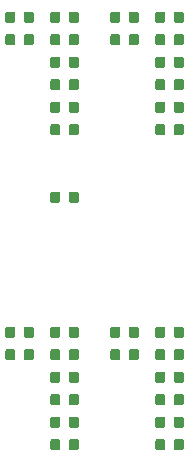
<source format=gbp>
G04 #@! TF.GenerationSoftware,KiCad,Pcbnew,5.0.0-rc2-unknown-06ff563~65~ubuntu18.04.1*
G04 #@! TF.CreationDate,2018-06-29T13:07:05+02:00*
G04 #@! TF.ProjectId,raspi3-4xMCP2517FD,7261737069332D34784D435032353137,rev?*
G04 #@! TF.SameCoordinates,Original*
G04 #@! TF.FileFunction,Paste,Bot*
G04 #@! TF.FilePolarity,Positive*
%FSLAX46Y46*%
G04 Gerber Fmt 4.6, Leading zero omitted, Abs format (unit mm)*
G04 Created by KiCad (PCBNEW 5.0.0-rc2-unknown-06ff563~65~ubuntu18.04.1) date Fri Jun 29 13:07:05 2018*
%MOMM*%
%LPD*%
G01*
G04 APERTURE LIST*
%ADD10C,0.100000*%
%ADD11C,0.875000*%
G04 APERTURE END LIST*
D10*
G04 #@! TO.C,R6*
G36*
X87717691Y-42706053D02*
X87738926Y-42709203D01*
X87759750Y-42714419D01*
X87779962Y-42721651D01*
X87799368Y-42730830D01*
X87817781Y-42741866D01*
X87835024Y-42754654D01*
X87850930Y-42769070D01*
X87865346Y-42784976D01*
X87878134Y-42802219D01*
X87889170Y-42820632D01*
X87898349Y-42840038D01*
X87905581Y-42860250D01*
X87910797Y-42881074D01*
X87913947Y-42902309D01*
X87915000Y-42923750D01*
X87915000Y-43436250D01*
X87913947Y-43457691D01*
X87910797Y-43478926D01*
X87905581Y-43499750D01*
X87898349Y-43519962D01*
X87889170Y-43539368D01*
X87878134Y-43557781D01*
X87865346Y-43575024D01*
X87850930Y-43590930D01*
X87835024Y-43605346D01*
X87817781Y-43618134D01*
X87799368Y-43629170D01*
X87779962Y-43638349D01*
X87759750Y-43645581D01*
X87738926Y-43650797D01*
X87717691Y-43653947D01*
X87696250Y-43655000D01*
X87258750Y-43655000D01*
X87237309Y-43653947D01*
X87216074Y-43650797D01*
X87195250Y-43645581D01*
X87175038Y-43638349D01*
X87155632Y-43629170D01*
X87137219Y-43618134D01*
X87119976Y-43605346D01*
X87104070Y-43590930D01*
X87089654Y-43575024D01*
X87076866Y-43557781D01*
X87065830Y-43539368D01*
X87056651Y-43519962D01*
X87049419Y-43499750D01*
X87044203Y-43478926D01*
X87041053Y-43457691D01*
X87040000Y-43436250D01*
X87040000Y-42923750D01*
X87041053Y-42902309D01*
X87044203Y-42881074D01*
X87049419Y-42860250D01*
X87056651Y-42840038D01*
X87065830Y-42820632D01*
X87076866Y-42802219D01*
X87089654Y-42784976D01*
X87104070Y-42769070D01*
X87119976Y-42754654D01*
X87137219Y-42741866D01*
X87155632Y-42730830D01*
X87175038Y-42721651D01*
X87195250Y-42714419D01*
X87216074Y-42709203D01*
X87237309Y-42706053D01*
X87258750Y-42705000D01*
X87696250Y-42705000D01*
X87717691Y-42706053D01*
X87717691Y-42706053D01*
G37*
D11*
X87477500Y-43180000D03*
D10*
G36*
X89292691Y-42706053D02*
X89313926Y-42709203D01*
X89334750Y-42714419D01*
X89354962Y-42721651D01*
X89374368Y-42730830D01*
X89392781Y-42741866D01*
X89410024Y-42754654D01*
X89425930Y-42769070D01*
X89440346Y-42784976D01*
X89453134Y-42802219D01*
X89464170Y-42820632D01*
X89473349Y-42840038D01*
X89480581Y-42860250D01*
X89485797Y-42881074D01*
X89488947Y-42902309D01*
X89490000Y-42923750D01*
X89490000Y-43436250D01*
X89488947Y-43457691D01*
X89485797Y-43478926D01*
X89480581Y-43499750D01*
X89473349Y-43519962D01*
X89464170Y-43539368D01*
X89453134Y-43557781D01*
X89440346Y-43575024D01*
X89425930Y-43590930D01*
X89410024Y-43605346D01*
X89392781Y-43618134D01*
X89374368Y-43629170D01*
X89354962Y-43638349D01*
X89334750Y-43645581D01*
X89313926Y-43650797D01*
X89292691Y-43653947D01*
X89271250Y-43655000D01*
X88833750Y-43655000D01*
X88812309Y-43653947D01*
X88791074Y-43650797D01*
X88770250Y-43645581D01*
X88750038Y-43638349D01*
X88730632Y-43629170D01*
X88712219Y-43618134D01*
X88694976Y-43605346D01*
X88679070Y-43590930D01*
X88664654Y-43575024D01*
X88651866Y-43557781D01*
X88640830Y-43539368D01*
X88631651Y-43519962D01*
X88624419Y-43499750D01*
X88619203Y-43478926D01*
X88616053Y-43457691D01*
X88615000Y-43436250D01*
X88615000Y-42923750D01*
X88616053Y-42902309D01*
X88619203Y-42881074D01*
X88624419Y-42860250D01*
X88631651Y-42840038D01*
X88640830Y-42820632D01*
X88651866Y-42802219D01*
X88664654Y-42784976D01*
X88679070Y-42769070D01*
X88694976Y-42754654D01*
X88712219Y-42741866D01*
X88730632Y-42730830D01*
X88750038Y-42721651D01*
X88770250Y-42714419D01*
X88791074Y-42709203D01*
X88812309Y-42706053D01*
X88833750Y-42705000D01*
X89271250Y-42705000D01*
X89292691Y-42706053D01*
X89292691Y-42706053D01*
G37*
D11*
X89052500Y-43180000D03*
G04 #@! TD*
D10*
G04 #@! TO.C,R4*
G36*
X98182691Y-36991053D02*
X98203926Y-36994203D01*
X98224750Y-36999419D01*
X98244962Y-37006651D01*
X98264368Y-37015830D01*
X98282781Y-37026866D01*
X98300024Y-37039654D01*
X98315930Y-37054070D01*
X98330346Y-37069976D01*
X98343134Y-37087219D01*
X98354170Y-37105632D01*
X98363349Y-37125038D01*
X98370581Y-37145250D01*
X98375797Y-37166074D01*
X98378947Y-37187309D01*
X98380000Y-37208750D01*
X98380000Y-37721250D01*
X98378947Y-37742691D01*
X98375797Y-37763926D01*
X98370581Y-37784750D01*
X98363349Y-37804962D01*
X98354170Y-37824368D01*
X98343134Y-37842781D01*
X98330346Y-37860024D01*
X98315930Y-37875930D01*
X98300024Y-37890346D01*
X98282781Y-37903134D01*
X98264368Y-37914170D01*
X98244962Y-37923349D01*
X98224750Y-37930581D01*
X98203926Y-37935797D01*
X98182691Y-37938947D01*
X98161250Y-37940000D01*
X97723750Y-37940000D01*
X97702309Y-37938947D01*
X97681074Y-37935797D01*
X97660250Y-37930581D01*
X97640038Y-37923349D01*
X97620632Y-37914170D01*
X97602219Y-37903134D01*
X97584976Y-37890346D01*
X97569070Y-37875930D01*
X97554654Y-37860024D01*
X97541866Y-37842781D01*
X97530830Y-37824368D01*
X97521651Y-37804962D01*
X97514419Y-37784750D01*
X97509203Y-37763926D01*
X97506053Y-37742691D01*
X97505000Y-37721250D01*
X97505000Y-37208750D01*
X97506053Y-37187309D01*
X97509203Y-37166074D01*
X97514419Y-37145250D01*
X97521651Y-37125038D01*
X97530830Y-37105632D01*
X97541866Y-37087219D01*
X97554654Y-37069976D01*
X97569070Y-37054070D01*
X97584976Y-37039654D01*
X97602219Y-37026866D01*
X97620632Y-37015830D01*
X97640038Y-37006651D01*
X97660250Y-36999419D01*
X97681074Y-36994203D01*
X97702309Y-36991053D01*
X97723750Y-36990000D01*
X98161250Y-36990000D01*
X98182691Y-36991053D01*
X98182691Y-36991053D01*
G37*
D11*
X97942500Y-37465000D03*
D10*
G36*
X96607691Y-36991053D02*
X96628926Y-36994203D01*
X96649750Y-36999419D01*
X96669962Y-37006651D01*
X96689368Y-37015830D01*
X96707781Y-37026866D01*
X96725024Y-37039654D01*
X96740930Y-37054070D01*
X96755346Y-37069976D01*
X96768134Y-37087219D01*
X96779170Y-37105632D01*
X96788349Y-37125038D01*
X96795581Y-37145250D01*
X96800797Y-37166074D01*
X96803947Y-37187309D01*
X96805000Y-37208750D01*
X96805000Y-37721250D01*
X96803947Y-37742691D01*
X96800797Y-37763926D01*
X96795581Y-37784750D01*
X96788349Y-37804962D01*
X96779170Y-37824368D01*
X96768134Y-37842781D01*
X96755346Y-37860024D01*
X96740930Y-37875930D01*
X96725024Y-37890346D01*
X96707781Y-37903134D01*
X96689368Y-37914170D01*
X96669962Y-37923349D01*
X96649750Y-37930581D01*
X96628926Y-37935797D01*
X96607691Y-37938947D01*
X96586250Y-37940000D01*
X96148750Y-37940000D01*
X96127309Y-37938947D01*
X96106074Y-37935797D01*
X96085250Y-37930581D01*
X96065038Y-37923349D01*
X96045632Y-37914170D01*
X96027219Y-37903134D01*
X96009976Y-37890346D01*
X95994070Y-37875930D01*
X95979654Y-37860024D01*
X95966866Y-37842781D01*
X95955830Y-37824368D01*
X95946651Y-37804962D01*
X95939419Y-37784750D01*
X95934203Y-37763926D01*
X95931053Y-37742691D01*
X95930000Y-37721250D01*
X95930000Y-37208750D01*
X95931053Y-37187309D01*
X95934203Y-37166074D01*
X95939419Y-37145250D01*
X95946651Y-37125038D01*
X95955830Y-37105632D01*
X95966866Y-37087219D01*
X95979654Y-37069976D01*
X95994070Y-37054070D01*
X96009976Y-37039654D01*
X96027219Y-37026866D01*
X96045632Y-37015830D01*
X96065038Y-37006651D01*
X96085250Y-36999419D01*
X96106074Y-36994203D01*
X96127309Y-36991053D01*
X96148750Y-36990000D01*
X96586250Y-36990000D01*
X96607691Y-36991053D01*
X96607691Y-36991053D01*
G37*
D11*
X96367500Y-37465000D03*
G04 #@! TD*
D10*
G04 #@! TO.C,R3*
G36*
X98182691Y-63661053D02*
X98203926Y-63664203D01*
X98224750Y-63669419D01*
X98244962Y-63676651D01*
X98264368Y-63685830D01*
X98282781Y-63696866D01*
X98300024Y-63709654D01*
X98315930Y-63724070D01*
X98330346Y-63739976D01*
X98343134Y-63757219D01*
X98354170Y-63775632D01*
X98363349Y-63795038D01*
X98370581Y-63815250D01*
X98375797Y-63836074D01*
X98378947Y-63857309D01*
X98380000Y-63878750D01*
X98380000Y-64391250D01*
X98378947Y-64412691D01*
X98375797Y-64433926D01*
X98370581Y-64454750D01*
X98363349Y-64474962D01*
X98354170Y-64494368D01*
X98343134Y-64512781D01*
X98330346Y-64530024D01*
X98315930Y-64545930D01*
X98300024Y-64560346D01*
X98282781Y-64573134D01*
X98264368Y-64584170D01*
X98244962Y-64593349D01*
X98224750Y-64600581D01*
X98203926Y-64605797D01*
X98182691Y-64608947D01*
X98161250Y-64610000D01*
X97723750Y-64610000D01*
X97702309Y-64608947D01*
X97681074Y-64605797D01*
X97660250Y-64600581D01*
X97640038Y-64593349D01*
X97620632Y-64584170D01*
X97602219Y-64573134D01*
X97584976Y-64560346D01*
X97569070Y-64545930D01*
X97554654Y-64530024D01*
X97541866Y-64512781D01*
X97530830Y-64494368D01*
X97521651Y-64474962D01*
X97514419Y-64454750D01*
X97509203Y-64433926D01*
X97506053Y-64412691D01*
X97505000Y-64391250D01*
X97505000Y-63878750D01*
X97506053Y-63857309D01*
X97509203Y-63836074D01*
X97514419Y-63815250D01*
X97521651Y-63795038D01*
X97530830Y-63775632D01*
X97541866Y-63757219D01*
X97554654Y-63739976D01*
X97569070Y-63724070D01*
X97584976Y-63709654D01*
X97602219Y-63696866D01*
X97620632Y-63685830D01*
X97640038Y-63676651D01*
X97660250Y-63669419D01*
X97681074Y-63664203D01*
X97702309Y-63661053D01*
X97723750Y-63660000D01*
X98161250Y-63660000D01*
X98182691Y-63661053D01*
X98182691Y-63661053D01*
G37*
D11*
X97942500Y-64135000D03*
D10*
G36*
X96607691Y-63661053D02*
X96628926Y-63664203D01*
X96649750Y-63669419D01*
X96669962Y-63676651D01*
X96689368Y-63685830D01*
X96707781Y-63696866D01*
X96725024Y-63709654D01*
X96740930Y-63724070D01*
X96755346Y-63739976D01*
X96768134Y-63757219D01*
X96779170Y-63775632D01*
X96788349Y-63795038D01*
X96795581Y-63815250D01*
X96800797Y-63836074D01*
X96803947Y-63857309D01*
X96805000Y-63878750D01*
X96805000Y-64391250D01*
X96803947Y-64412691D01*
X96800797Y-64433926D01*
X96795581Y-64454750D01*
X96788349Y-64474962D01*
X96779170Y-64494368D01*
X96768134Y-64512781D01*
X96755346Y-64530024D01*
X96740930Y-64545930D01*
X96725024Y-64560346D01*
X96707781Y-64573134D01*
X96689368Y-64584170D01*
X96669962Y-64593349D01*
X96649750Y-64600581D01*
X96628926Y-64605797D01*
X96607691Y-64608947D01*
X96586250Y-64610000D01*
X96148750Y-64610000D01*
X96127309Y-64608947D01*
X96106074Y-64605797D01*
X96085250Y-64600581D01*
X96065038Y-64593349D01*
X96045632Y-64584170D01*
X96027219Y-64573134D01*
X96009976Y-64560346D01*
X95994070Y-64545930D01*
X95979654Y-64530024D01*
X95966866Y-64512781D01*
X95955830Y-64494368D01*
X95946651Y-64474962D01*
X95939419Y-64454750D01*
X95934203Y-64433926D01*
X95931053Y-64412691D01*
X95930000Y-64391250D01*
X95930000Y-63878750D01*
X95931053Y-63857309D01*
X95934203Y-63836074D01*
X95939419Y-63815250D01*
X95946651Y-63795038D01*
X95955830Y-63775632D01*
X95966866Y-63757219D01*
X95979654Y-63739976D01*
X95994070Y-63724070D01*
X96009976Y-63709654D01*
X96027219Y-63696866D01*
X96045632Y-63685830D01*
X96065038Y-63676651D01*
X96085250Y-63669419D01*
X96106074Y-63664203D01*
X96127309Y-63661053D01*
X96148750Y-63660000D01*
X96586250Y-63660000D01*
X96607691Y-63661053D01*
X96607691Y-63661053D01*
G37*
D11*
X96367500Y-64135000D03*
G04 #@! TD*
D10*
G04 #@! TO.C,R2*
G36*
X89292691Y-36991053D02*
X89313926Y-36994203D01*
X89334750Y-36999419D01*
X89354962Y-37006651D01*
X89374368Y-37015830D01*
X89392781Y-37026866D01*
X89410024Y-37039654D01*
X89425930Y-37054070D01*
X89440346Y-37069976D01*
X89453134Y-37087219D01*
X89464170Y-37105632D01*
X89473349Y-37125038D01*
X89480581Y-37145250D01*
X89485797Y-37166074D01*
X89488947Y-37187309D01*
X89490000Y-37208750D01*
X89490000Y-37721250D01*
X89488947Y-37742691D01*
X89485797Y-37763926D01*
X89480581Y-37784750D01*
X89473349Y-37804962D01*
X89464170Y-37824368D01*
X89453134Y-37842781D01*
X89440346Y-37860024D01*
X89425930Y-37875930D01*
X89410024Y-37890346D01*
X89392781Y-37903134D01*
X89374368Y-37914170D01*
X89354962Y-37923349D01*
X89334750Y-37930581D01*
X89313926Y-37935797D01*
X89292691Y-37938947D01*
X89271250Y-37940000D01*
X88833750Y-37940000D01*
X88812309Y-37938947D01*
X88791074Y-37935797D01*
X88770250Y-37930581D01*
X88750038Y-37923349D01*
X88730632Y-37914170D01*
X88712219Y-37903134D01*
X88694976Y-37890346D01*
X88679070Y-37875930D01*
X88664654Y-37860024D01*
X88651866Y-37842781D01*
X88640830Y-37824368D01*
X88631651Y-37804962D01*
X88624419Y-37784750D01*
X88619203Y-37763926D01*
X88616053Y-37742691D01*
X88615000Y-37721250D01*
X88615000Y-37208750D01*
X88616053Y-37187309D01*
X88619203Y-37166074D01*
X88624419Y-37145250D01*
X88631651Y-37125038D01*
X88640830Y-37105632D01*
X88651866Y-37087219D01*
X88664654Y-37069976D01*
X88679070Y-37054070D01*
X88694976Y-37039654D01*
X88712219Y-37026866D01*
X88730632Y-37015830D01*
X88750038Y-37006651D01*
X88770250Y-36999419D01*
X88791074Y-36994203D01*
X88812309Y-36991053D01*
X88833750Y-36990000D01*
X89271250Y-36990000D01*
X89292691Y-36991053D01*
X89292691Y-36991053D01*
G37*
D11*
X89052500Y-37465000D03*
D10*
G36*
X87717691Y-36991053D02*
X87738926Y-36994203D01*
X87759750Y-36999419D01*
X87779962Y-37006651D01*
X87799368Y-37015830D01*
X87817781Y-37026866D01*
X87835024Y-37039654D01*
X87850930Y-37054070D01*
X87865346Y-37069976D01*
X87878134Y-37087219D01*
X87889170Y-37105632D01*
X87898349Y-37125038D01*
X87905581Y-37145250D01*
X87910797Y-37166074D01*
X87913947Y-37187309D01*
X87915000Y-37208750D01*
X87915000Y-37721250D01*
X87913947Y-37742691D01*
X87910797Y-37763926D01*
X87905581Y-37784750D01*
X87898349Y-37804962D01*
X87889170Y-37824368D01*
X87878134Y-37842781D01*
X87865346Y-37860024D01*
X87850930Y-37875930D01*
X87835024Y-37890346D01*
X87817781Y-37903134D01*
X87799368Y-37914170D01*
X87779962Y-37923349D01*
X87759750Y-37930581D01*
X87738926Y-37935797D01*
X87717691Y-37938947D01*
X87696250Y-37940000D01*
X87258750Y-37940000D01*
X87237309Y-37938947D01*
X87216074Y-37935797D01*
X87195250Y-37930581D01*
X87175038Y-37923349D01*
X87155632Y-37914170D01*
X87137219Y-37903134D01*
X87119976Y-37890346D01*
X87104070Y-37875930D01*
X87089654Y-37860024D01*
X87076866Y-37842781D01*
X87065830Y-37824368D01*
X87056651Y-37804962D01*
X87049419Y-37784750D01*
X87044203Y-37763926D01*
X87041053Y-37742691D01*
X87040000Y-37721250D01*
X87040000Y-37208750D01*
X87041053Y-37187309D01*
X87044203Y-37166074D01*
X87049419Y-37145250D01*
X87056651Y-37125038D01*
X87065830Y-37105632D01*
X87076866Y-37087219D01*
X87089654Y-37069976D01*
X87104070Y-37054070D01*
X87119976Y-37039654D01*
X87137219Y-37026866D01*
X87155632Y-37015830D01*
X87175038Y-37006651D01*
X87195250Y-36999419D01*
X87216074Y-36994203D01*
X87237309Y-36991053D01*
X87258750Y-36990000D01*
X87696250Y-36990000D01*
X87717691Y-36991053D01*
X87717691Y-36991053D01*
G37*
D11*
X87477500Y-37465000D03*
G04 #@! TD*
D10*
G04 #@! TO.C,R1*
G36*
X87717691Y-63661053D02*
X87738926Y-63664203D01*
X87759750Y-63669419D01*
X87779962Y-63676651D01*
X87799368Y-63685830D01*
X87817781Y-63696866D01*
X87835024Y-63709654D01*
X87850930Y-63724070D01*
X87865346Y-63739976D01*
X87878134Y-63757219D01*
X87889170Y-63775632D01*
X87898349Y-63795038D01*
X87905581Y-63815250D01*
X87910797Y-63836074D01*
X87913947Y-63857309D01*
X87915000Y-63878750D01*
X87915000Y-64391250D01*
X87913947Y-64412691D01*
X87910797Y-64433926D01*
X87905581Y-64454750D01*
X87898349Y-64474962D01*
X87889170Y-64494368D01*
X87878134Y-64512781D01*
X87865346Y-64530024D01*
X87850930Y-64545930D01*
X87835024Y-64560346D01*
X87817781Y-64573134D01*
X87799368Y-64584170D01*
X87779962Y-64593349D01*
X87759750Y-64600581D01*
X87738926Y-64605797D01*
X87717691Y-64608947D01*
X87696250Y-64610000D01*
X87258750Y-64610000D01*
X87237309Y-64608947D01*
X87216074Y-64605797D01*
X87195250Y-64600581D01*
X87175038Y-64593349D01*
X87155632Y-64584170D01*
X87137219Y-64573134D01*
X87119976Y-64560346D01*
X87104070Y-64545930D01*
X87089654Y-64530024D01*
X87076866Y-64512781D01*
X87065830Y-64494368D01*
X87056651Y-64474962D01*
X87049419Y-64454750D01*
X87044203Y-64433926D01*
X87041053Y-64412691D01*
X87040000Y-64391250D01*
X87040000Y-63878750D01*
X87041053Y-63857309D01*
X87044203Y-63836074D01*
X87049419Y-63815250D01*
X87056651Y-63795038D01*
X87065830Y-63775632D01*
X87076866Y-63757219D01*
X87089654Y-63739976D01*
X87104070Y-63724070D01*
X87119976Y-63709654D01*
X87137219Y-63696866D01*
X87155632Y-63685830D01*
X87175038Y-63676651D01*
X87195250Y-63669419D01*
X87216074Y-63664203D01*
X87237309Y-63661053D01*
X87258750Y-63660000D01*
X87696250Y-63660000D01*
X87717691Y-63661053D01*
X87717691Y-63661053D01*
G37*
D11*
X87477500Y-64135000D03*
D10*
G36*
X89292691Y-63661053D02*
X89313926Y-63664203D01*
X89334750Y-63669419D01*
X89354962Y-63676651D01*
X89374368Y-63685830D01*
X89392781Y-63696866D01*
X89410024Y-63709654D01*
X89425930Y-63724070D01*
X89440346Y-63739976D01*
X89453134Y-63757219D01*
X89464170Y-63775632D01*
X89473349Y-63795038D01*
X89480581Y-63815250D01*
X89485797Y-63836074D01*
X89488947Y-63857309D01*
X89490000Y-63878750D01*
X89490000Y-64391250D01*
X89488947Y-64412691D01*
X89485797Y-64433926D01*
X89480581Y-64454750D01*
X89473349Y-64474962D01*
X89464170Y-64494368D01*
X89453134Y-64512781D01*
X89440346Y-64530024D01*
X89425930Y-64545930D01*
X89410024Y-64560346D01*
X89392781Y-64573134D01*
X89374368Y-64584170D01*
X89354962Y-64593349D01*
X89334750Y-64600581D01*
X89313926Y-64605797D01*
X89292691Y-64608947D01*
X89271250Y-64610000D01*
X88833750Y-64610000D01*
X88812309Y-64608947D01*
X88791074Y-64605797D01*
X88770250Y-64600581D01*
X88750038Y-64593349D01*
X88730632Y-64584170D01*
X88712219Y-64573134D01*
X88694976Y-64560346D01*
X88679070Y-64545930D01*
X88664654Y-64530024D01*
X88651866Y-64512781D01*
X88640830Y-64494368D01*
X88631651Y-64474962D01*
X88624419Y-64454750D01*
X88619203Y-64433926D01*
X88616053Y-64412691D01*
X88615000Y-64391250D01*
X88615000Y-63878750D01*
X88616053Y-63857309D01*
X88619203Y-63836074D01*
X88624419Y-63815250D01*
X88631651Y-63795038D01*
X88640830Y-63775632D01*
X88651866Y-63757219D01*
X88664654Y-63739976D01*
X88679070Y-63724070D01*
X88694976Y-63709654D01*
X88712219Y-63696866D01*
X88730632Y-63685830D01*
X88750038Y-63676651D01*
X88770250Y-63669419D01*
X88791074Y-63664203D01*
X88812309Y-63661053D01*
X88833750Y-63660000D01*
X89271250Y-63660000D01*
X89292691Y-63661053D01*
X89292691Y-63661053D01*
G37*
D11*
X89052500Y-64135000D03*
G04 #@! TD*
D10*
G04 #@! TO.C,R5*
G36*
X89292691Y-69376053D02*
X89313926Y-69379203D01*
X89334750Y-69384419D01*
X89354962Y-69391651D01*
X89374368Y-69400830D01*
X89392781Y-69411866D01*
X89410024Y-69424654D01*
X89425930Y-69439070D01*
X89440346Y-69454976D01*
X89453134Y-69472219D01*
X89464170Y-69490632D01*
X89473349Y-69510038D01*
X89480581Y-69530250D01*
X89485797Y-69551074D01*
X89488947Y-69572309D01*
X89490000Y-69593750D01*
X89490000Y-70106250D01*
X89488947Y-70127691D01*
X89485797Y-70148926D01*
X89480581Y-70169750D01*
X89473349Y-70189962D01*
X89464170Y-70209368D01*
X89453134Y-70227781D01*
X89440346Y-70245024D01*
X89425930Y-70260930D01*
X89410024Y-70275346D01*
X89392781Y-70288134D01*
X89374368Y-70299170D01*
X89354962Y-70308349D01*
X89334750Y-70315581D01*
X89313926Y-70320797D01*
X89292691Y-70323947D01*
X89271250Y-70325000D01*
X88833750Y-70325000D01*
X88812309Y-70323947D01*
X88791074Y-70320797D01*
X88770250Y-70315581D01*
X88750038Y-70308349D01*
X88730632Y-70299170D01*
X88712219Y-70288134D01*
X88694976Y-70275346D01*
X88679070Y-70260930D01*
X88664654Y-70245024D01*
X88651866Y-70227781D01*
X88640830Y-70209368D01*
X88631651Y-70189962D01*
X88624419Y-70169750D01*
X88619203Y-70148926D01*
X88616053Y-70127691D01*
X88615000Y-70106250D01*
X88615000Y-69593750D01*
X88616053Y-69572309D01*
X88619203Y-69551074D01*
X88624419Y-69530250D01*
X88631651Y-69510038D01*
X88640830Y-69490632D01*
X88651866Y-69472219D01*
X88664654Y-69454976D01*
X88679070Y-69439070D01*
X88694976Y-69424654D01*
X88712219Y-69411866D01*
X88730632Y-69400830D01*
X88750038Y-69391651D01*
X88770250Y-69384419D01*
X88791074Y-69379203D01*
X88812309Y-69376053D01*
X88833750Y-69375000D01*
X89271250Y-69375000D01*
X89292691Y-69376053D01*
X89292691Y-69376053D01*
G37*
D11*
X89052500Y-69850000D03*
D10*
G36*
X87717691Y-69376053D02*
X87738926Y-69379203D01*
X87759750Y-69384419D01*
X87779962Y-69391651D01*
X87799368Y-69400830D01*
X87817781Y-69411866D01*
X87835024Y-69424654D01*
X87850930Y-69439070D01*
X87865346Y-69454976D01*
X87878134Y-69472219D01*
X87889170Y-69490632D01*
X87898349Y-69510038D01*
X87905581Y-69530250D01*
X87910797Y-69551074D01*
X87913947Y-69572309D01*
X87915000Y-69593750D01*
X87915000Y-70106250D01*
X87913947Y-70127691D01*
X87910797Y-70148926D01*
X87905581Y-70169750D01*
X87898349Y-70189962D01*
X87889170Y-70209368D01*
X87878134Y-70227781D01*
X87865346Y-70245024D01*
X87850930Y-70260930D01*
X87835024Y-70275346D01*
X87817781Y-70288134D01*
X87799368Y-70299170D01*
X87779962Y-70308349D01*
X87759750Y-70315581D01*
X87738926Y-70320797D01*
X87717691Y-70323947D01*
X87696250Y-70325000D01*
X87258750Y-70325000D01*
X87237309Y-70323947D01*
X87216074Y-70320797D01*
X87195250Y-70315581D01*
X87175038Y-70308349D01*
X87155632Y-70299170D01*
X87137219Y-70288134D01*
X87119976Y-70275346D01*
X87104070Y-70260930D01*
X87089654Y-70245024D01*
X87076866Y-70227781D01*
X87065830Y-70209368D01*
X87056651Y-70189962D01*
X87049419Y-70169750D01*
X87044203Y-70148926D01*
X87041053Y-70127691D01*
X87040000Y-70106250D01*
X87040000Y-69593750D01*
X87041053Y-69572309D01*
X87044203Y-69551074D01*
X87049419Y-69530250D01*
X87056651Y-69510038D01*
X87065830Y-69490632D01*
X87076866Y-69472219D01*
X87089654Y-69454976D01*
X87104070Y-69439070D01*
X87119976Y-69424654D01*
X87137219Y-69411866D01*
X87155632Y-69400830D01*
X87175038Y-69391651D01*
X87195250Y-69384419D01*
X87216074Y-69379203D01*
X87237309Y-69376053D01*
X87258750Y-69375000D01*
X87696250Y-69375000D01*
X87717691Y-69376053D01*
X87717691Y-69376053D01*
G37*
D11*
X87477500Y-69850000D03*
G04 #@! TD*
D10*
G04 #@! TO.C,R7*
G36*
X98182691Y-69376053D02*
X98203926Y-69379203D01*
X98224750Y-69384419D01*
X98244962Y-69391651D01*
X98264368Y-69400830D01*
X98282781Y-69411866D01*
X98300024Y-69424654D01*
X98315930Y-69439070D01*
X98330346Y-69454976D01*
X98343134Y-69472219D01*
X98354170Y-69490632D01*
X98363349Y-69510038D01*
X98370581Y-69530250D01*
X98375797Y-69551074D01*
X98378947Y-69572309D01*
X98380000Y-69593750D01*
X98380000Y-70106250D01*
X98378947Y-70127691D01*
X98375797Y-70148926D01*
X98370581Y-70169750D01*
X98363349Y-70189962D01*
X98354170Y-70209368D01*
X98343134Y-70227781D01*
X98330346Y-70245024D01*
X98315930Y-70260930D01*
X98300024Y-70275346D01*
X98282781Y-70288134D01*
X98264368Y-70299170D01*
X98244962Y-70308349D01*
X98224750Y-70315581D01*
X98203926Y-70320797D01*
X98182691Y-70323947D01*
X98161250Y-70325000D01*
X97723750Y-70325000D01*
X97702309Y-70323947D01*
X97681074Y-70320797D01*
X97660250Y-70315581D01*
X97640038Y-70308349D01*
X97620632Y-70299170D01*
X97602219Y-70288134D01*
X97584976Y-70275346D01*
X97569070Y-70260930D01*
X97554654Y-70245024D01*
X97541866Y-70227781D01*
X97530830Y-70209368D01*
X97521651Y-70189962D01*
X97514419Y-70169750D01*
X97509203Y-70148926D01*
X97506053Y-70127691D01*
X97505000Y-70106250D01*
X97505000Y-69593750D01*
X97506053Y-69572309D01*
X97509203Y-69551074D01*
X97514419Y-69530250D01*
X97521651Y-69510038D01*
X97530830Y-69490632D01*
X97541866Y-69472219D01*
X97554654Y-69454976D01*
X97569070Y-69439070D01*
X97584976Y-69424654D01*
X97602219Y-69411866D01*
X97620632Y-69400830D01*
X97640038Y-69391651D01*
X97660250Y-69384419D01*
X97681074Y-69379203D01*
X97702309Y-69376053D01*
X97723750Y-69375000D01*
X98161250Y-69375000D01*
X98182691Y-69376053D01*
X98182691Y-69376053D01*
G37*
D11*
X97942500Y-69850000D03*
D10*
G36*
X96607691Y-69376053D02*
X96628926Y-69379203D01*
X96649750Y-69384419D01*
X96669962Y-69391651D01*
X96689368Y-69400830D01*
X96707781Y-69411866D01*
X96725024Y-69424654D01*
X96740930Y-69439070D01*
X96755346Y-69454976D01*
X96768134Y-69472219D01*
X96779170Y-69490632D01*
X96788349Y-69510038D01*
X96795581Y-69530250D01*
X96800797Y-69551074D01*
X96803947Y-69572309D01*
X96805000Y-69593750D01*
X96805000Y-70106250D01*
X96803947Y-70127691D01*
X96800797Y-70148926D01*
X96795581Y-70169750D01*
X96788349Y-70189962D01*
X96779170Y-70209368D01*
X96768134Y-70227781D01*
X96755346Y-70245024D01*
X96740930Y-70260930D01*
X96725024Y-70275346D01*
X96707781Y-70288134D01*
X96689368Y-70299170D01*
X96669962Y-70308349D01*
X96649750Y-70315581D01*
X96628926Y-70320797D01*
X96607691Y-70323947D01*
X96586250Y-70325000D01*
X96148750Y-70325000D01*
X96127309Y-70323947D01*
X96106074Y-70320797D01*
X96085250Y-70315581D01*
X96065038Y-70308349D01*
X96045632Y-70299170D01*
X96027219Y-70288134D01*
X96009976Y-70275346D01*
X95994070Y-70260930D01*
X95979654Y-70245024D01*
X95966866Y-70227781D01*
X95955830Y-70209368D01*
X95946651Y-70189962D01*
X95939419Y-70169750D01*
X95934203Y-70148926D01*
X95931053Y-70127691D01*
X95930000Y-70106250D01*
X95930000Y-69593750D01*
X95931053Y-69572309D01*
X95934203Y-69551074D01*
X95939419Y-69530250D01*
X95946651Y-69510038D01*
X95955830Y-69490632D01*
X95966866Y-69472219D01*
X95979654Y-69454976D01*
X95994070Y-69439070D01*
X96009976Y-69424654D01*
X96027219Y-69411866D01*
X96045632Y-69400830D01*
X96065038Y-69391651D01*
X96085250Y-69384419D01*
X96106074Y-69379203D01*
X96127309Y-69376053D01*
X96148750Y-69375000D01*
X96586250Y-69375000D01*
X96607691Y-69376053D01*
X96607691Y-69376053D01*
G37*
D11*
X96367500Y-69850000D03*
G04 #@! TD*
D10*
G04 #@! TO.C,R8*
G36*
X98182691Y-42706053D02*
X98203926Y-42709203D01*
X98224750Y-42714419D01*
X98244962Y-42721651D01*
X98264368Y-42730830D01*
X98282781Y-42741866D01*
X98300024Y-42754654D01*
X98315930Y-42769070D01*
X98330346Y-42784976D01*
X98343134Y-42802219D01*
X98354170Y-42820632D01*
X98363349Y-42840038D01*
X98370581Y-42860250D01*
X98375797Y-42881074D01*
X98378947Y-42902309D01*
X98380000Y-42923750D01*
X98380000Y-43436250D01*
X98378947Y-43457691D01*
X98375797Y-43478926D01*
X98370581Y-43499750D01*
X98363349Y-43519962D01*
X98354170Y-43539368D01*
X98343134Y-43557781D01*
X98330346Y-43575024D01*
X98315930Y-43590930D01*
X98300024Y-43605346D01*
X98282781Y-43618134D01*
X98264368Y-43629170D01*
X98244962Y-43638349D01*
X98224750Y-43645581D01*
X98203926Y-43650797D01*
X98182691Y-43653947D01*
X98161250Y-43655000D01*
X97723750Y-43655000D01*
X97702309Y-43653947D01*
X97681074Y-43650797D01*
X97660250Y-43645581D01*
X97640038Y-43638349D01*
X97620632Y-43629170D01*
X97602219Y-43618134D01*
X97584976Y-43605346D01*
X97569070Y-43590930D01*
X97554654Y-43575024D01*
X97541866Y-43557781D01*
X97530830Y-43539368D01*
X97521651Y-43519962D01*
X97514419Y-43499750D01*
X97509203Y-43478926D01*
X97506053Y-43457691D01*
X97505000Y-43436250D01*
X97505000Y-42923750D01*
X97506053Y-42902309D01*
X97509203Y-42881074D01*
X97514419Y-42860250D01*
X97521651Y-42840038D01*
X97530830Y-42820632D01*
X97541866Y-42802219D01*
X97554654Y-42784976D01*
X97569070Y-42769070D01*
X97584976Y-42754654D01*
X97602219Y-42741866D01*
X97620632Y-42730830D01*
X97640038Y-42721651D01*
X97660250Y-42714419D01*
X97681074Y-42709203D01*
X97702309Y-42706053D01*
X97723750Y-42705000D01*
X98161250Y-42705000D01*
X98182691Y-42706053D01*
X98182691Y-42706053D01*
G37*
D11*
X97942500Y-43180000D03*
D10*
G36*
X96607691Y-42706053D02*
X96628926Y-42709203D01*
X96649750Y-42714419D01*
X96669962Y-42721651D01*
X96689368Y-42730830D01*
X96707781Y-42741866D01*
X96725024Y-42754654D01*
X96740930Y-42769070D01*
X96755346Y-42784976D01*
X96768134Y-42802219D01*
X96779170Y-42820632D01*
X96788349Y-42840038D01*
X96795581Y-42860250D01*
X96800797Y-42881074D01*
X96803947Y-42902309D01*
X96805000Y-42923750D01*
X96805000Y-43436250D01*
X96803947Y-43457691D01*
X96800797Y-43478926D01*
X96795581Y-43499750D01*
X96788349Y-43519962D01*
X96779170Y-43539368D01*
X96768134Y-43557781D01*
X96755346Y-43575024D01*
X96740930Y-43590930D01*
X96725024Y-43605346D01*
X96707781Y-43618134D01*
X96689368Y-43629170D01*
X96669962Y-43638349D01*
X96649750Y-43645581D01*
X96628926Y-43650797D01*
X96607691Y-43653947D01*
X96586250Y-43655000D01*
X96148750Y-43655000D01*
X96127309Y-43653947D01*
X96106074Y-43650797D01*
X96085250Y-43645581D01*
X96065038Y-43638349D01*
X96045632Y-43629170D01*
X96027219Y-43618134D01*
X96009976Y-43605346D01*
X95994070Y-43590930D01*
X95979654Y-43575024D01*
X95966866Y-43557781D01*
X95955830Y-43539368D01*
X95946651Y-43519962D01*
X95939419Y-43499750D01*
X95934203Y-43478926D01*
X95931053Y-43457691D01*
X95930000Y-43436250D01*
X95930000Y-42923750D01*
X95931053Y-42902309D01*
X95934203Y-42881074D01*
X95939419Y-42860250D01*
X95946651Y-42840038D01*
X95955830Y-42820632D01*
X95966866Y-42802219D01*
X95979654Y-42784976D01*
X95994070Y-42769070D01*
X96009976Y-42754654D01*
X96027219Y-42741866D01*
X96045632Y-42730830D01*
X96065038Y-42721651D01*
X96085250Y-42714419D01*
X96106074Y-42709203D01*
X96127309Y-42706053D01*
X96148750Y-42705000D01*
X96586250Y-42705000D01*
X96607691Y-42706053D01*
X96607691Y-42706053D01*
G37*
D11*
X96367500Y-43180000D03*
G04 #@! TD*
D10*
G04 #@! TO.C,R9*
G36*
X87717691Y-71281053D02*
X87738926Y-71284203D01*
X87759750Y-71289419D01*
X87779962Y-71296651D01*
X87799368Y-71305830D01*
X87817781Y-71316866D01*
X87835024Y-71329654D01*
X87850930Y-71344070D01*
X87865346Y-71359976D01*
X87878134Y-71377219D01*
X87889170Y-71395632D01*
X87898349Y-71415038D01*
X87905581Y-71435250D01*
X87910797Y-71456074D01*
X87913947Y-71477309D01*
X87915000Y-71498750D01*
X87915000Y-72011250D01*
X87913947Y-72032691D01*
X87910797Y-72053926D01*
X87905581Y-72074750D01*
X87898349Y-72094962D01*
X87889170Y-72114368D01*
X87878134Y-72132781D01*
X87865346Y-72150024D01*
X87850930Y-72165930D01*
X87835024Y-72180346D01*
X87817781Y-72193134D01*
X87799368Y-72204170D01*
X87779962Y-72213349D01*
X87759750Y-72220581D01*
X87738926Y-72225797D01*
X87717691Y-72228947D01*
X87696250Y-72230000D01*
X87258750Y-72230000D01*
X87237309Y-72228947D01*
X87216074Y-72225797D01*
X87195250Y-72220581D01*
X87175038Y-72213349D01*
X87155632Y-72204170D01*
X87137219Y-72193134D01*
X87119976Y-72180346D01*
X87104070Y-72165930D01*
X87089654Y-72150024D01*
X87076866Y-72132781D01*
X87065830Y-72114368D01*
X87056651Y-72094962D01*
X87049419Y-72074750D01*
X87044203Y-72053926D01*
X87041053Y-72032691D01*
X87040000Y-72011250D01*
X87040000Y-71498750D01*
X87041053Y-71477309D01*
X87044203Y-71456074D01*
X87049419Y-71435250D01*
X87056651Y-71415038D01*
X87065830Y-71395632D01*
X87076866Y-71377219D01*
X87089654Y-71359976D01*
X87104070Y-71344070D01*
X87119976Y-71329654D01*
X87137219Y-71316866D01*
X87155632Y-71305830D01*
X87175038Y-71296651D01*
X87195250Y-71289419D01*
X87216074Y-71284203D01*
X87237309Y-71281053D01*
X87258750Y-71280000D01*
X87696250Y-71280000D01*
X87717691Y-71281053D01*
X87717691Y-71281053D01*
G37*
D11*
X87477500Y-71755000D03*
D10*
G36*
X89292691Y-71281053D02*
X89313926Y-71284203D01*
X89334750Y-71289419D01*
X89354962Y-71296651D01*
X89374368Y-71305830D01*
X89392781Y-71316866D01*
X89410024Y-71329654D01*
X89425930Y-71344070D01*
X89440346Y-71359976D01*
X89453134Y-71377219D01*
X89464170Y-71395632D01*
X89473349Y-71415038D01*
X89480581Y-71435250D01*
X89485797Y-71456074D01*
X89488947Y-71477309D01*
X89490000Y-71498750D01*
X89490000Y-72011250D01*
X89488947Y-72032691D01*
X89485797Y-72053926D01*
X89480581Y-72074750D01*
X89473349Y-72094962D01*
X89464170Y-72114368D01*
X89453134Y-72132781D01*
X89440346Y-72150024D01*
X89425930Y-72165930D01*
X89410024Y-72180346D01*
X89392781Y-72193134D01*
X89374368Y-72204170D01*
X89354962Y-72213349D01*
X89334750Y-72220581D01*
X89313926Y-72225797D01*
X89292691Y-72228947D01*
X89271250Y-72230000D01*
X88833750Y-72230000D01*
X88812309Y-72228947D01*
X88791074Y-72225797D01*
X88770250Y-72220581D01*
X88750038Y-72213349D01*
X88730632Y-72204170D01*
X88712219Y-72193134D01*
X88694976Y-72180346D01*
X88679070Y-72165930D01*
X88664654Y-72150024D01*
X88651866Y-72132781D01*
X88640830Y-72114368D01*
X88631651Y-72094962D01*
X88624419Y-72074750D01*
X88619203Y-72053926D01*
X88616053Y-72032691D01*
X88615000Y-72011250D01*
X88615000Y-71498750D01*
X88616053Y-71477309D01*
X88619203Y-71456074D01*
X88624419Y-71435250D01*
X88631651Y-71415038D01*
X88640830Y-71395632D01*
X88651866Y-71377219D01*
X88664654Y-71359976D01*
X88679070Y-71344070D01*
X88694976Y-71329654D01*
X88712219Y-71316866D01*
X88730632Y-71305830D01*
X88750038Y-71296651D01*
X88770250Y-71289419D01*
X88791074Y-71284203D01*
X88812309Y-71281053D01*
X88833750Y-71280000D01*
X89271250Y-71280000D01*
X89292691Y-71281053D01*
X89292691Y-71281053D01*
G37*
D11*
X89052500Y-71755000D03*
G04 #@! TD*
D10*
G04 #@! TO.C,R10*
G36*
X89292691Y-44611053D02*
X89313926Y-44614203D01*
X89334750Y-44619419D01*
X89354962Y-44626651D01*
X89374368Y-44635830D01*
X89392781Y-44646866D01*
X89410024Y-44659654D01*
X89425930Y-44674070D01*
X89440346Y-44689976D01*
X89453134Y-44707219D01*
X89464170Y-44725632D01*
X89473349Y-44745038D01*
X89480581Y-44765250D01*
X89485797Y-44786074D01*
X89488947Y-44807309D01*
X89490000Y-44828750D01*
X89490000Y-45341250D01*
X89488947Y-45362691D01*
X89485797Y-45383926D01*
X89480581Y-45404750D01*
X89473349Y-45424962D01*
X89464170Y-45444368D01*
X89453134Y-45462781D01*
X89440346Y-45480024D01*
X89425930Y-45495930D01*
X89410024Y-45510346D01*
X89392781Y-45523134D01*
X89374368Y-45534170D01*
X89354962Y-45543349D01*
X89334750Y-45550581D01*
X89313926Y-45555797D01*
X89292691Y-45558947D01*
X89271250Y-45560000D01*
X88833750Y-45560000D01*
X88812309Y-45558947D01*
X88791074Y-45555797D01*
X88770250Y-45550581D01*
X88750038Y-45543349D01*
X88730632Y-45534170D01*
X88712219Y-45523134D01*
X88694976Y-45510346D01*
X88679070Y-45495930D01*
X88664654Y-45480024D01*
X88651866Y-45462781D01*
X88640830Y-45444368D01*
X88631651Y-45424962D01*
X88624419Y-45404750D01*
X88619203Y-45383926D01*
X88616053Y-45362691D01*
X88615000Y-45341250D01*
X88615000Y-44828750D01*
X88616053Y-44807309D01*
X88619203Y-44786074D01*
X88624419Y-44765250D01*
X88631651Y-44745038D01*
X88640830Y-44725632D01*
X88651866Y-44707219D01*
X88664654Y-44689976D01*
X88679070Y-44674070D01*
X88694976Y-44659654D01*
X88712219Y-44646866D01*
X88730632Y-44635830D01*
X88750038Y-44626651D01*
X88770250Y-44619419D01*
X88791074Y-44614203D01*
X88812309Y-44611053D01*
X88833750Y-44610000D01*
X89271250Y-44610000D01*
X89292691Y-44611053D01*
X89292691Y-44611053D01*
G37*
D11*
X89052500Y-45085000D03*
D10*
G36*
X87717691Y-44611053D02*
X87738926Y-44614203D01*
X87759750Y-44619419D01*
X87779962Y-44626651D01*
X87799368Y-44635830D01*
X87817781Y-44646866D01*
X87835024Y-44659654D01*
X87850930Y-44674070D01*
X87865346Y-44689976D01*
X87878134Y-44707219D01*
X87889170Y-44725632D01*
X87898349Y-44745038D01*
X87905581Y-44765250D01*
X87910797Y-44786074D01*
X87913947Y-44807309D01*
X87915000Y-44828750D01*
X87915000Y-45341250D01*
X87913947Y-45362691D01*
X87910797Y-45383926D01*
X87905581Y-45404750D01*
X87898349Y-45424962D01*
X87889170Y-45444368D01*
X87878134Y-45462781D01*
X87865346Y-45480024D01*
X87850930Y-45495930D01*
X87835024Y-45510346D01*
X87817781Y-45523134D01*
X87799368Y-45534170D01*
X87779962Y-45543349D01*
X87759750Y-45550581D01*
X87738926Y-45555797D01*
X87717691Y-45558947D01*
X87696250Y-45560000D01*
X87258750Y-45560000D01*
X87237309Y-45558947D01*
X87216074Y-45555797D01*
X87195250Y-45550581D01*
X87175038Y-45543349D01*
X87155632Y-45534170D01*
X87137219Y-45523134D01*
X87119976Y-45510346D01*
X87104070Y-45495930D01*
X87089654Y-45480024D01*
X87076866Y-45462781D01*
X87065830Y-45444368D01*
X87056651Y-45424962D01*
X87049419Y-45404750D01*
X87044203Y-45383926D01*
X87041053Y-45362691D01*
X87040000Y-45341250D01*
X87040000Y-44828750D01*
X87041053Y-44807309D01*
X87044203Y-44786074D01*
X87049419Y-44765250D01*
X87056651Y-44745038D01*
X87065830Y-44725632D01*
X87076866Y-44707219D01*
X87089654Y-44689976D01*
X87104070Y-44674070D01*
X87119976Y-44659654D01*
X87137219Y-44646866D01*
X87155632Y-44635830D01*
X87175038Y-44626651D01*
X87195250Y-44619419D01*
X87216074Y-44614203D01*
X87237309Y-44611053D01*
X87258750Y-44610000D01*
X87696250Y-44610000D01*
X87717691Y-44611053D01*
X87717691Y-44611053D01*
G37*
D11*
X87477500Y-45085000D03*
G04 #@! TD*
D10*
G04 #@! TO.C,R11*
G36*
X98182691Y-71281053D02*
X98203926Y-71284203D01*
X98224750Y-71289419D01*
X98244962Y-71296651D01*
X98264368Y-71305830D01*
X98282781Y-71316866D01*
X98300024Y-71329654D01*
X98315930Y-71344070D01*
X98330346Y-71359976D01*
X98343134Y-71377219D01*
X98354170Y-71395632D01*
X98363349Y-71415038D01*
X98370581Y-71435250D01*
X98375797Y-71456074D01*
X98378947Y-71477309D01*
X98380000Y-71498750D01*
X98380000Y-72011250D01*
X98378947Y-72032691D01*
X98375797Y-72053926D01*
X98370581Y-72074750D01*
X98363349Y-72094962D01*
X98354170Y-72114368D01*
X98343134Y-72132781D01*
X98330346Y-72150024D01*
X98315930Y-72165930D01*
X98300024Y-72180346D01*
X98282781Y-72193134D01*
X98264368Y-72204170D01*
X98244962Y-72213349D01*
X98224750Y-72220581D01*
X98203926Y-72225797D01*
X98182691Y-72228947D01*
X98161250Y-72230000D01*
X97723750Y-72230000D01*
X97702309Y-72228947D01*
X97681074Y-72225797D01*
X97660250Y-72220581D01*
X97640038Y-72213349D01*
X97620632Y-72204170D01*
X97602219Y-72193134D01*
X97584976Y-72180346D01*
X97569070Y-72165930D01*
X97554654Y-72150024D01*
X97541866Y-72132781D01*
X97530830Y-72114368D01*
X97521651Y-72094962D01*
X97514419Y-72074750D01*
X97509203Y-72053926D01*
X97506053Y-72032691D01*
X97505000Y-72011250D01*
X97505000Y-71498750D01*
X97506053Y-71477309D01*
X97509203Y-71456074D01*
X97514419Y-71435250D01*
X97521651Y-71415038D01*
X97530830Y-71395632D01*
X97541866Y-71377219D01*
X97554654Y-71359976D01*
X97569070Y-71344070D01*
X97584976Y-71329654D01*
X97602219Y-71316866D01*
X97620632Y-71305830D01*
X97640038Y-71296651D01*
X97660250Y-71289419D01*
X97681074Y-71284203D01*
X97702309Y-71281053D01*
X97723750Y-71280000D01*
X98161250Y-71280000D01*
X98182691Y-71281053D01*
X98182691Y-71281053D01*
G37*
D11*
X97942500Y-71755000D03*
D10*
G36*
X96607691Y-71281053D02*
X96628926Y-71284203D01*
X96649750Y-71289419D01*
X96669962Y-71296651D01*
X96689368Y-71305830D01*
X96707781Y-71316866D01*
X96725024Y-71329654D01*
X96740930Y-71344070D01*
X96755346Y-71359976D01*
X96768134Y-71377219D01*
X96779170Y-71395632D01*
X96788349Y-71415038D01*
X96795581Y-71435250D01*
X96800797Y-71456074D01*
X96803947Y-71477309D01*
X96805000Y-71498750D01*
X96805000Y-72011250D01*
X96803947Y-72032691D01*
X96800797Y-72053926D01*
X96795581Y-72074750D01*
X96788349Y-72094962D01*
X96779170Y-72114368D01*
X96768134Y-72132781D01*
X96755346Y-72150024D01*
X96740930Y-72165930D01*
X96725024Y-72180346D01*
X96707781Y-72193134D01*
X96689368Y-72204170D01*
X96669962Y-72213349D01*
X96649750Y-72220581D01*
X96628926Y-72225797D01*
X96607691Y-72228947D01*
X96586250Y-72230000D01*
X96148750Y-72230000D01*
X96127309Y-72228947D01*
X96106074Y-72225797D01*
X96085250Y-72220581D01*
X96065038Y-72213349D01*
X96045632Y-72204170D01*
X96027219Y-72193134D01*
X96009976Y-72180346D01*
X95994070Y-72165930D01*
X95979654Y-72150024D01*
X95966866Y-72132781D01*
X95955830Y-72114368D01*
X95946651Y-72094962D01*
X95939419Y-72074750D01*
X95934203Y-72053926D01*
X95931053Y-72032691D01*
X95930000Y-72011250D01*
X95930000Y-71498750D01*
X95931053Y-71477309D01*
X95934203Y-71456074D01*
X95939419Y-71435250D01*
X95946651Y-71415038D01*
X95955830Y-71395632D01*
X95966866Y-71377219D01*
X95979654Y-71359976D01*
X95994070Y-71344070D01*
X96009976Y-71329654D01*
X96027219Y-71316866D01*
X96045632Y-71305830D01*
X96065038Y-71296651D01*
X96085250Y-71289419D01*
X96106074Y-71284203D01*
X96127309Y-71281053D01*
X96148750Y-71280000D01*
X96586250Y-71280000D01*
X96607691Y-71281053D01*
X96607691Y-71281053D01*
G37*
D11*
X96367500Y-71755000D03*
G04 #@! TD*
D10*
G04 #@! TO.C,R12*
G36*
X98182691Y-44611053D02*
X98203926Y-44614203D01*
X98224750Y-44619419D01*
X98244962Y-44626651D01*
X98264368Y-44635830D01*
X98282781Y-44646866D01*
X98300024Y-44659654D01*
X98315930Y-44674070D01*
X98330346Y-44689976D01*
X98343134Y-44707219D01*
X98354170Y-44725632D01*
X98363349Y-44745038D01*
X98370581Y-44765250D01*
X98375797Y-44786074D01*
X98378947Y-44807309D01*
X98380000Y-44828750D01*
X98380000Y-45341250D01*
X98378947Y-45362691D01*
X98375797Y-45383926D01*
X98370581Y-45404750D01*
X98363349Y-45424962D01*
X98354170Y-45444368D01*
X98343134Y-45462781D01*
X98330346Y-45480024D01*
X98315930Y-45495930D01*
X98300024Y-45510346D01*
X98282781Y-45523134D01*
X98264368Y-45534170D01*
X98244962Y-45543349D01*
X98224750Y-45550581D01*
X98203926Y-45555797D01*
X98182691Y-45558947D01*
X98161250Y-45560000D01*
X97723750Y-45560000D01*
X97702309Y-45558947D01*
X97681074Y-45555797D01*
X97660250Y-45550581D01*
X97640038Y-45543349D01*
X97620632Y-45534170D01*
X97602219Y-45523134D01*
X97584976Y-45510346D01*
X97569070Y-45495930D01*
X97554654Y-45480024D01*
X97541866Y-45462781D01*
X97530830Y-45444368D01*
X97521651Y-45424962D01*
X97514419Y-45404750D01*
X97509203Y-45383926D01*
X97506053Y-45362691D01*
X97505000Y-45341250D01*
X97505000Y-44828750D01*
X97506053Y-44807309D01*
X97509203Y-44786074D01*
X97514419Y-44765250D01*
X97521651Y-44745038D01*
X97530830Y-44725632D01*
X97541866Y-44707219D01*
X97554654Y-44689976D01*
X97569070Y-44674070D01*
X97584976Y-44659654D01*
X97602219Y-44646866D01*
X97620632Y-44635830D01*
X97640038Y-44626651D01*
X97660250Y-44619419D01*
X97681074Y-44614203D01*
X97702309Y-44611053D01*
X97723750Y-44610000D01*
X98161250Y-44610000D01*
X98182691Y-44611053D01*
X98182691Y-44611053D01*
G37*
D11*
X97942500Y-45085000D03*
D10*
G36*
X96607691Y-44611053D02*
X96628926Y-44614203D01*
X96649750Y-44619419D01*
X96669962Y-44626651D01*
X96689368Y-44635830D01*
X96707781Y-44646866D01*
X96725024Y-44659654D01*
X96740930Y-44674070D01*
X96755346Y-44689976D01*
X96768134Y-44707219D01*
X96779170Y-44725632D01*
X96788349Y-44745038D01*
X96795581Y-44765250D01*
X96800797Y-44786074D01*
X96803947Y-44807309D01*
X96805000Y-44828750D01*
X96805000Y-45341250D01*
X96803947Y-45362691D01*
X96800797Y-45383926D01*
X96795581Y-45404750D01*
X96788349Y-45424962D01*
X96779170Y-45444368D01*
X96768134Y-45462781D01*
X96755346Y-45480024D01*
X96740930Y-45495930D01*
X96725024Y-45510346D01*
X96707781Y-45523134D01*
X96689368Y-45534170D01*
X96669962Y-45543349D01*
X96649750Y-45550581D01*
X96628926Y-45555797D01*
X96607691Y-45558947D01*
X96586250Y-45560000D01*
X96148750Y-45560000D01*
X96127309Y-45558947D01*
X96106074Y-45555797D01*
X96085250Y-45550581D01*
X96065038Y-45543349D01*
X96045632Y-45534170D01*
X96027219Y-45523134D01*
X96009976Y-45510346D01*
X95994070Y-45495930D01*
X95979654Y-45480024D01*
X95966866Y-45462781D01*
X95955830Y-45444368D01*
X95946651Y-45424962D01*
X95939419Y-45404750D01*
X95934203Y-45383926D01*
X95931053Y-45362691D01*
X95930000Y-45341250D01*
X95930000Y-44828750D01*
X95931053Y-44807309D01*
X95934203Y-44786074D01*
X95939419Y-44765250D01*
X95946651Y-44745038D01*
X95955830Y-44725632D01*
X95966866Y-44707219D01*
X95979654Y-44689976D01*
X95994070Y-44674070D01*
X96009976Y-44659654D01*
X96027219Y-44646866D01*
X96045632Y-44635830D01*
X96065038Y-44626651D01*
X96085250Y-44619419D01*
X96106074Y-44614203D01*
X96127309Y-44611053D01*
X96148750Y-44610000D01*
X96586250Y-44610000D01*
X96607691Y-44611053D01*
X96607691Y-44611053D01*
G37*
D11*
X96367500Y-45085000D03*
G04 #@! TD*
D10*
G04 #@! TO.C,C1*
G36*
X87717691Y-50326053D02*
X87738926Y-50329203D01*
X87759750Y-50334419D01*
X87779962Y-50341651D01*
X87799368Y-50350830D01*
X87817781Y-50361866D01*
X87835024Y-50374654D01*
X87850930Y-50389070D01*
X87865346Y-50404976D01*
X87878134Y-50422219D01*
X87889170Y-50440632D01*
X87898349Y-50460038D01*
X87905581Y-50480250D01*
X87910797Y-50501074D01*
X87913947Y-50522309D01*
X87915000Y-50543750D01*
X87915000Y-51056250D01*
X87913947Y-51077691D01*
X87910797Y-51098926D01*
X87905581Y-51119750D01*
X87898349Y-51139962D01*
X87889170Y-51159368D01*
X87878134Y-51177781D01*
X87865346Y-51195024D01*
X87850930Y-51210930D01*
X87835024Y-51225346D01*
X87817781Y-51238134D01*
X87799368Y-51249170D01*
X87779962Y-51258349D01*
X87759750Y-51265581D01*
X87738926Y-51270797D01*
X87717691Y-51273947D01*
X87696250Y-51275000D01*
X87258750Y-51275000D01*
X87237309Y-51273947D01*
X87216074Y-51270797D01*
X87195250Y-51265581D01*
X87175038Y-51258349D01*
X87155632Y-51249170D01*
X87137219Y-51238134D01*
X87119976Y-51225346D01*
X87104070Y-51210930D01*
X87089654Y-51195024D01*
X87076866Y-51177781D01*
X87065830Y-51159368D01*
X87056651Y-51139962D01*
X87049419Y-51119750D01*
X87044203Y-51098926D01*
X87041053Y-51077691D01*
X87040000Y-51056250D01*
X87040000Y-50543750D01*
X87041053Y-50522309D01*
X87044203Y-50501074D01*
X87049419Y-50480250D01*
X87056651Y-50460038D01*
X87065830Y-50440632D01*
X87076866Y-50422219D01*
X87089654Y-50404976D01*
X87104070Y-50389070D01*
X87119976Y-50374654D01*
X87137219Y-50361866D01*
X87155632Y-50350830D01*
X87175038Y-50341651D01*
X87195250Y-50334419D01*
X87216074Y-50329203D01*
X87237309Y-50326053D01*
X87258750Y-50325000D01*
X87696250Y-50325000D01*
X87717691Y-50326053D01*
X87717691Y-50326053D01*
G37*
D11*
X87477500Y-50800000D03*
D10*
G36*
X89292691Y-50326053D02*
X89313926Y-50329203D01*
X89334750Y-50334419D01*
X89354962Y-50341651D01*
X89374368Y-50350830D01*
X89392781Y-50361866D01*
X89410024Y-50374654D01*
X89425930Y-50389070D01*
X89440346Y-50404976D01*
X89453134Y-50422219D01*
X89464170Y-50440632D01*
X89473349Y-50460038D01*
X89480581Y-50480250D01*
X89485797Y-50501074D01*
X89488947Y-50522309D01*
X89490000Y-50543750D01*
X89490000Y-51056250D01*
X89488947Y-51077691D01*
X89485797Y-51098926D01*
X89480581Y-51119750D01*
X89473349Y-51139962D01*
X89464170Y-51159368D01*
X89453134Y-51177781D01*
X89440346Y-51195024D01*
X89425930Y-51210930D01*
X89410024Y-51225346D01*
X89392781Y-51238134D01*
X89374368Y-51249170D01*
X89354962Y-51258349D01*
X89334750Y-51265581D01*
X89313926Y-51270797D01*
X89292691Y-51273947D01*
X89271250Y-51275000D01*
X88833750Y-51275000D01*
X88812309Y-51273947D01*
X88791074Y-51270797D01*
X88770250Y-51265581D01*
X88750038Y-51258349D01*
X88730632Y-51249170D01*
X88712219Y-51238134D01*
X88694976Y-51225346D01*
X88679070Y-51210930D01*
X88664654Y-51195024D01*
X88651866Y-51177781D01*
X88640830Y-51159368D01*
X88631651Y-51139962D01*
X88624419Y-51119750D01*
X88619203Y-51098926D01*
X88616053Y-51077691D01*
X88615000Y-51056250D01*
X88615000Y-50543750D01*
X88616053Y-50522309D01*
X88619203Y-50501074D01*
X88624419Y-50480250D01*
X88631651Y-50460038D01*
X88640830Y-50440632D01*
X88651866Y-50422219D01*
X88664654Y-50404976D01*
X88679070Y-50389070D01*
X88694976Y-50374654D01*
X88712219Y-50361866D01*
X88730632Y-50350830D01*
X88750038Y-50341651D01*
X88770250Y-50334419D01*
X88791074Y-50329203D01*
X88812309Y-50326053D01*
X88833750Y-50325000D01*
X89271250Y-50325000D01*
X89292691Y-50326053D01*
X89292691Y-50326053D01*
G37*
D11*
X89052500Y-50800000D03*
G04 #@! TD*
D10*
G04 #@! TO.C,C2*
G36*
X96607691Y-40801053D02*
X96628926Y-40804203D01*
X96649750Y-40809419D01*
X96669962Y-40816651D01*
X96689368Y-40825830D01*
X96707781Y-40836866D01*
X96725024Y-40849654D01*
X96740930Y-40864070D01*
X96755346Y-40879976D01*
X96768134Y-40897219D01*
X96779170Y-40915632D01*
X96788349Y-40935038D01*
X96795581Y-40955250D01*
X96800797Y-40976074D01*
X96803947Y-40997309D01*
X96805000Y-41018750D01*
X96805000Y-41531250D01*
X96803947Y-41552691D01*
X96800797Y-41573926D01*
X96795581Y-41594750D01*
X96788349Y-41614962D01*
X96779170Y-41634368D01*
X96768134Y-41652781D01*
X96755346Y-41670024D01*
X96740930Y-41685930D01*
X96725024Y-41700346D01*
X96707781Y-41713134D01*
X96689368Y-41724170D01*
X96669962Y-41733349D01*
X96649750Y-41740581D01*
X96628926Y-41745797D01*
X96607691Y-41748947D01*
X96586250Y-41750000D01*
X96148750Y-41750000D01*
X96127309Y-41748947D01*
X96106074Y-41745797D01*
X96085250Y-41740581D01*
X96065038Y-41733349D01*
X96045632Y-41724170D01*
X96027219Y-41713134D01*
X96009976Y-41700346D01*
X95994070Y-41685930D01*
X95979654Y-41670024D01*
X95966866Y-41652781D01*
X95955830Y-41634368D01*
X95946651Y-41614962D01*
X95939419Y-41594750D01*
X95934203Y-41573926D01*
X95931053Y-41552691D01*
X95930000Y-41531250D01*
X95930000Y-41018750D01*
X95931053Y-40997309D01*
X95934203Y-40976074D01*
X95939419Y-40955250D01*
X95946651Y-40935038D01*
X95955830Y-40915632D01*
X95966866Y-40897219D01*
X95979654Y-40879976D01*
X95994070Y-40864070D01*
X96009976Y-40849654D01*
X96027219Y-40836866D01*
X96045632Y-40825830D01*
X96065038Y-40816651D01*
X96085250Y-40809419D01*
X96106074Y-40804203D01*
X96127309Y-40801053D01*
X96148750Y-40800000D01*
X96586250Y-40800000D01*
X96607691Y-40801053D01*
X96607691Y-40801053D01*
G37*
D11*
X96367500Y-41275000D03*
D10*
G36*
X98182691Y-40801053D02*
X98203926Y-40804203D01*
X98224750Y-40809419D01*
X98244962Y-40816651D01*
X98264368Y-40825830D01*
X98282781Y-40836866D01*
X98300024Y-40849654D01*
X98315930Y-40864070D01*
X98330346Y-40879976D01*
X98343134Y-40897219D01*
X98354170Y-40915632D01*
X98363349Y-40935038D01*
X98370581Y-40955250D01*
X98375797Y-40976074D01*
X98378947Y-40997309D01*
X98380000Y-41018750D01*
X98380000Y-41531250D01*
X98378947Y-41552691D01*
X98375797Y-41573926D01*
X98370581Y-41594750D01*
X98363349Y-41614962D01*
X98354170Y-41634368D01*
X98343134Y-41652781D01*
X98330346Y-41670024D01*
X98315930Y-41685930D01*
X98300024Y-41700346D01*
X98282781Y-41713134D01*
X98264368Y-41724170D01*
X98244962Y-41733349D01*
X98224750Y-41740581D01*
X98203926Y-41745797D01*
X98182691Y-41748947D01*
X98161250Y-41750000D01*
X97723750Y-41750000D01*
X97702309Y-41748947D01*
X97681074Y-41745797D01*
X97660250Y-41740581D01*
X97640038Y-41733349D01*
X97620632Y-41724170D01*
X97602219Y-41713134D01*
X97584976Y-41700346D01*
X97569070Y-41685930D01*
X97554654Y-41670024D01*
X97541866Y-41652781D01*
X97530830Y-41634368D01*
X97521651Y-41614962D01*
X97514419Y-41594750D01*
X97509203Y-41573926D01*
X97506053Y-41552691D01*
X97505000Y-41531250D01*
X97505000Y-41018750D01*
X97506053Y-40997309D01*
X97509203Y-40976074D01*
X97514419Y-40955250D01*
X97521651Y-40935038D01*
X97530830Y-40915632D01*
X97541866Y-40897219D01*
X97554654Y-40879976D01*
X97569070Y-40864070D01*
X97584976Y-40849654D01*
X97602219Y-40836866D01*
X97620632Y-40825830D01*
X97640038Y-40816651D01*
X97660250Y-40809419D01*
X97681074Y-40804203D01*
X97702309Y-40801053D01*
X97723750Y-40800000D01*
X98161250Y-40800000D01*
X98182691Y-40801053D01*
X98182691Y-40801053D01*
G37*
D11*
X97942500Y-41275000D03*
G04 #@! TD*
D10*
G04 #@! TO.C,C3*
G36*
X87717691Y-40801053D02*
X87738926Y-40804203D01*
X87759750Y-40809419D01*
X87779962Y-40816651D01*
X87799368Y-40825830D01*
X87817781Y-40836866D01*
X87835024Y-40849654D01*
X87850930Y-40864070D01*
X87865346Y-40879976D01*
X87878134Y-40897219D01*
X87889170Y-40915632D01*
X87898349Y-40935038D01*
X87905581Y-40955250D01*
X87910797Y-40976074D01*
X87913947Y-40997309D01*
X87915000Y-41018750D01*
X87915000Y-41531250D01*
X87913947Y-41552691D01*
X87910797Y-41573926D01*
X87905581Y-41594750D01*
X87898349Y-41614962D01*
X87889170Y-41634368D01*
X87878134Y-41652781D01*
X87865346Y-41670024D01*
X87850930Y-41685930D01*
X87835024Y-41700346D01*
X87817781Y-41713134D01*
X87799368Y-41724170D01*
X87779962Y-41733349D01*
X87759750Y-41740581D01*
X87738926Y-41745797D01*
X87717691Y-41748947D01*
X87696250Y-41750000D01*
X87258750Y-41750000D01*
X87237309Y-41748947D01*
X87216074Y-41745797D01*
X87195250Y-41740581D01*
X87175038Y-41733349D01*
X87155632Y-41724170D01*
X87137219Y-41713134D01*
X87119976Y-41700346D01*
X87104070Y-41685930D01*
X87089654Y-41670024D01*
X87076866Y-41652781D01*
X87065830Y-41634368D01*
X87056651Y-41614962D01*
X87049419Y-41594750D01*
X87044203Y-41573926D01*
X87041053Y-41552691D01*
X87040000Y-41531250D01*
X87040000Y-41018750D01*
X87041053Y-40997309D01*
X87044203Y-40976074D01*
X87049419Y-40955250D01*
X87056651Y-40935038D01*
X87065830Y-40915632D01*
X87076866Y-40897219D01*
X87089654Y-40879976D01*
X87104070Y-40864070D01*
X87119976Y-40849654D01*
X87137219Y-40836866D01*
X87155632Y-40825830D01*
X87175038Y-40816651D01*
X87195250Y-40809419D01*
X87216074Y-40804203D01*
X87237309Y-40801053D01*
X87258750Y-40800000D01*
X87696250Y-40800000D01*
X87717691Y-40801053D01*
X87717691Y-40801053D01*
G37*
D11*
X87477500Y-41275000D03*
D10*
G36*
X89292691Y-40801053D02*
X89313926Y-40804203D01*
X89334750Y-40809419D01*
X89354962Y-40816651D01*
X89374368Y-40825830D01*
X89392781Y-40836866D01*
X89410024Y-40849654D01*
X89425930Y-40864070D01*
X89440346Y-40879976D01*
X89453134Y-40897219D01*
X89464170Y-40915632D01*
X89473349Y-40935038D01*
X89480581Y-40955250D01*
X89485797Y-40976074D01*
X89488947Y-40997309D01*
X89490000Y-41018750D01*
X89490000Y-41531250D01*
X89488947Y-41552691D01*
X89485797Y-41573926D01*
X89480581Y-41594750D01*
X89473349Y-41614962D01*
X89464170Y-41634368D01*
X89453134Y-41652781D01*
X89440346Y-41670024D01*
X89425930Y-41685930D01*
X89410024Y-41700346D01*
X89392781Y-41713134D01*
X89374368Y-41724170D01*
X89354962Y-41733349D01*
X89334750Y-41740581D01*
X89313926Y-41745797D01*
X89292691Y-41748947D01*
X89271250Y-41750000D01*
X88833750Y-41750000D01*
X88812309Y-41748947D01*
X88791074Y-41745797D01*
X88770250Y-41740581D01*
X88750038Y-41733349D01*
X88730632Y-41724170D01*
X88712219Y-41713134D01*
X88694976Y-41700346D01*
X88679070Y-41685930D01*
X88664654Y-41670024D01*
X88651866Y-41652781D01*
X88640830Y-41634368D01*
X88631651Y-41614962D01*
X88624419Y-41594750D01*
X88619203Y-41573926D01*
X88616053Y-41552691D01*
X88615000Y-41531250D01*
X88615000Y-41018750D01*
X88616053Y-40997309D01*
X88619203Y-40976074D01*
X88624419Y-40955250D01*
X88631651Y-40935038D01*
X88640830Y-40915632D01*
X88651866Y-40897219D01*
X88664654Y-40879976D01*
X88679070Y-40864070D01*
X88694976Y-40849654D01*
X88712219Y-40836866D01*
X88730632Y-40825830D01*
X88750038Y-40816651D01*
X88770250Y-40809419D01*
X88791074Y-40804203D01*
X88812309Y-40801053D01*
X88833750Y-40800000D01*
X89271250Y-40800000D01*
X89292691Y-40801053D01*
X89292691Y-40801053D01*
G37*
D11*
X89052500Y-41275000D03*
G04 #@! TD*
D10*
G04 #@! TO.C,C4*
G36*
X98182691Y-67471053D02*
X98203926Y-67474203D01*
X98224750Y-67479419D01*
X98244962Y-67486651D01*
X98264368Y-67495830D01*
X98282781Y-67506866D01*
X98300024Y-67519654D01*
X98315930Y-67534070D01*
X98330346Y-67549976D01*
X98343134Y-67567219D01*
X98354170Y-67585632D01*
X98363349Y-67605038D01*
X98370581Y-67625250D01*
X98375797Y-67646074D01*
X98378947Y-67667309D01*
X98380000Y-67688750D01*
X98380000Y-68201250D01*
X98378947Y-68222691D01*
X98375797Y-68243926D01*
X98370581Y-68264750D01*
X98363349Y-68284962D01*
X98354170Y-68304368D01*
X98343134Y-68322781D01*
X98330346Y-68340024D01*
X98315930Y-68355930D01*
X98300024Y-68370346D01*
X98282781Y-68383134D01*
X98264368Y-68394170D01*
X98244962Y-68403349D01*
X98224750Y-68410581D01*
X98203926Y-68415797D01*
X98182691Y-68418947D01*
X98161250Y-68420000D01*
X97723750Y-68420000D01*
X97702309Y-68418947D01*
X97681074Y-68415797D01*
X97660250Y-68410581D01*
X97640038Y-68403349D01*
X97620632Y-68394170D01*
X97602219Y-68383134D01*
X97584976Y-68370346D01*
X97569070Y-68355930D01*
X97554654Y-68340024D01*
X97541866Y-68322781D01*
X97530830Y-68304368D01*
X97521651Y-68284962D01*
X97514419Y-68264750D01*
X97509203Y-68243926D01*
X97506053Y-68222691D01*
X97505000Y-68201250D01*
X97505000Y-67688750D01*
X97506053Y-67667309D01*
X97509203Y-67646074D01*
X97514419Y-67625250D01*
X97521651Y-67605038D01*
X97530830Y-67585632D01*
X97541866Y-67567219D01*
X97554654Y-67549976D01*
X97569070Y-67534070D01*
X97584976Y-67519654D01*
X97602219Y-67506866D01*
X97620632Y-67495830D01*
X97640038Y-67486651D01*
X97660250Y-67479419D01*
X97681074Y-67474203D01*
X97702309Y-67471053D01*
X97723750Y-67470000D01*
X98161250Y-67470000D01*
X98182691Y-67471053D01*
X98182691Y-67471053D01*
G37*
D11*
X97942500Y-67945000D03*
D10*
G36*
X96607691Y-67471053D02*
X96628926Y-67474203D01*
X96649750Y-67479419D01*
X96669962Y-67486651D01*
X96689368Y-67495830D01*
X96707781Y-67506866D01*
X96725024Y-67519654D01*
X96740930Y-67534070D01*
X96755346Y-67549976D01*
X96768134Y-67567219D01*
X96779170Y-67585632D01*
X96788349Y-67605038D01*
X96795581Y-67625250D01*
X96800797Y-67646074D01*
X96803947Y-67667309D01*
X96805000Y-67688750D01*
X96805000Y-68201250D01*
X96803947Y-68222691D01*
X96800797Y-68243926D01*
X96795581Y-68264750D01*
X96788349Y-68284962D01*
X96779170Y-68304368D01*
X96768134Y-68322781D01*
X96755346Y-68340024D01*
X96740930Y-68355930D01*
X96725024Y-68370346D01*
X96707781Y-68383134D01*
X96689368Y-68394170D01*
X96669962Y-68403349D01*
X96649750Y-68410581D01*
X96628926Y-68415797D01*
X96607691Y-68418947D01*
X96586250Y-68420000D01*
X96148750Y-68420000D01*
X96127309Y-68418947D01*
X96106074Y-68415797D01*
X96085250Y-68410581D01*
X96065038Y-68403349D01*
X96045632Y-68394170D01*
X96027219Y-68383134D01*
X96009976Y-68370346D01*
X95994070Y-68355930D01*
X95979654Y-68340024D01*
X95966866Y-68322781D01*
X95955830Y-68304368D01*
X95946651Y-68284962D01*
X95939419Y-68264750D01*
X95934203Y-68243926D01*
X95931053Y-68222691D01*
X95930000Y-68201250D01*
X95930000Y-67688750D01*
X95931053Y-67667309D01*
X95934203Y-67646074D01*
X95939419Y-67625250D01*
X95946651Y-67605038D01*
X95955830Y-67585632D01*
X95966866Y-67567219D01*
X95979654Y-67549976D01*
X95994070Y-67534070D01*
X96009976Y-67519654D01*
X96027219Y-67506866D01*
X96045632Y-67495830D01*
X96065038Y-67486651D01*
X96085250Y-67479419D01*
X96106074Y-67474203D01*
X96127309Y-67471053D01*
X96148750Y-67470000D01*
X96586250Y-67470000D01*
X96607691Y-67471053D01*
X96607691Y-67471053D01*
G37*
D11*
X96367500Y-67945000D03*
G04 #@! TD*
D10*
G04 #@! TO.C,C5*
G36*
X87717691Y-67471053D02*
X87738926Y-67474203D01*
X87759750Y-67479419D01*
X87779962Y-67486651D01*
X87799368Y-67495830D01*
X87817781Y-67506866D01*
X87835024Y-67519654D01*
X87850930Y-67534070D01*
X87865346Y-67549976D01*
X87878134Y-67567219D01*
X87889170Y-67585632D01*
X87898349Y-67605038D01*
X87905581Y-67625250D01*
X87910797Y-67646074D01*
X87913947Y-67667309D01*
X87915000Y-67688750D01*
X87915000Y-68201250D01*
X87913947Y-68222691D01*
X87910797Y-68243926D01*
X87905581Y-68264750D01*
X87898349Y-68284962D01*
X87889170Y-68304368D01*
X87878134Y-68322781D01*
X87865346Y-68340024D01*
X87850930Y-68355930D01*
X87835024Y-68370346D01*
X87817781Y-68383134D01*
X87799368Y-68394170D01*
X87779962Y-68403349D01*
X87759750Y-68410581D01*
X87738926Y-68415797D01*
X87717691Y-68418947D01*
X87696250Y-68420000D01*
X87258750Y-68420000D01*
X87237309Y-68418947D01*
X87216074Y-68415797D01*
X87195250Y-68410581D01*
X87175038Y-68403349D01*
X87155632Y-68394170D01*
X87137219Y-68383134D01*
X87119976Y-68370346D01*
X87104070Y-68355930D01*
X87089654Y-68340024D01*
X87076866Y-68322781D01*
X87065830Y-68304368D01*
X87056651Y-68284962D01*
X87049419Y-68264750D01*
X87044203Y-68243926D01*
X87041053Y-68222691D01*
X87040000Y-68201250D01*
X87040000Y-67688750D01*
X87041053Y-67667309D01*
X87044203Y-67646074D01*
X87049419Y-67625250D01*
X87056651Y-67605038D01*
X87065830Y-67585632D01*
X87076866Y-67567219D01*
X87089654Y-67549976D01*
X87104070Y-67534070D01*
X87119976Y-67519654D01*
X87137219Y-67506866D01*
X87155632Y-67495830D01*
X87175038Y-67486651D01*
X87195250Y-67479419D01*
X87216074Y-67474203D01*
X87237309Y-67471053D01*
X87258750Y-67470000D01*
X87696250Y-67470000D01*
X87717691Y-67471053D01*
X87717691Y-67471053D01*
G37*
D11*
X87477500Y-67945000D03*
D10*
G36*
X89292691Y-67471053D02*
X89313926Y-67474203D01*
X89334750Y-67479419D01*
X89354962Y-67486651D01*
X89374368Y-67495830D01*
X89392781Y-67506866D01*
X89410024Y-67519654D01*
X89425930Y-67534070D01*
X89440346Y-67549976D01*
X89453134Y-67567219D01*
X89464170Y-67585632D01*
X89473349Y-67605038D01*
X89480581Y-67625250D01*
X89485797Y-67646074D01*
X89488947Y-67667309D01*
X89490000Y-67688750D01*
X89490000Y-68201250D01*
X89488947Y-68222691D01*
X89485797Y-68243926D01*
X89480581Y-68264750D01*
X89473349Y-68284962D01*
X89464170Y-68304368D01*
X89453134Y-68322781D01*
X89440346Y-68340024D01*
X89425930Y-68355930D01*
X89410024Y-68370346D01*
X89392781Y-68383134D01*
X89374368Y-68394170D01*
X89354962Y-68403349D01*
X89334750Y-68410581D01*
X89313926Y-68415797D01*
X89292691Y-68418947D01*
X89271250Y-68420000D01*
X88833750Y-68420000D01*
X88812309Y-68418947D01*
X88791074Y-68415797D01*
X88770250Y-68410581D01*
X88750038Y-68403349D01*
X88730632Y-68394170D01*
X88712219Y-68383134D01*
X88694976Y-68370346D01*
X88679070Y-68355930D01*
X88664654Y-68340024D01*
X88651866Y-68322781D01*
X88640830Y-68304368D01*
X88631651Y-68284962D01*
X88624419Y-68264750D01*
X88619203Y-68243926D01*
X88616053Y-68222691D01*
X88615000Y-68201250D01*
X88615000Y-67688750D01*
X88616053Y-67667309D01*
X88619203Y-67646074D01*
X88624419Y-67625250D01*
X88631651Y-67605038D01*
X88640830Y-67585632D01*
X88651866Y-67567219D01*
X88664654Y-67549976D01*
X88679070Y-67534070D01*
X88694976Y-67519654D01*
X88712219Y-67506866D01*
X88730632Y-67495830D01*
X88750038Y-67486651D01*
X88770250Y-67479419D01*
X88791074Y-67474203D01*
X88812309Y-67471053D01*
X88833750Y-67470000D01*
X89271250Y-67470000D01*
X89292691Y-67471053D01*
X89292691Y-67471053D01*
G37*
D11*
X89052500Y-67945000D03*
G04 #@! TD*
D10*
G04 #@! TO.C,C6*
G36*
X96607691Y-38896053D02*
X96628926Y-38899203D01*
X96649750Y-38904419D01*
X96669962Y-38911651D01*
X96689368Y-38920830D01*
X96707781Y-38931866D01*
X96725024Y-38944654D01*
X96740930Y-38959070D01*
X96755346Y-38974976D01*
X96768134Y-38992219D01*
X96779170Y-39010632D01*
X96788349Y-39030038D01*
X96795581Y-39050250D01*
X96800797Y-39071074D01*
X96803947Y-39092309D01*
X96805000Y-39113750D01*
X96805000Y-39626250D01*
X96803947Y-39647691D01*
X96800797Y-39668926D01*
X96795581Y-39689750D01*
X96788349Y-39709962D01*
X96779170Y-39729368D01*
X96768134Y-39747781D01*
X96755346Y-39765024D01*
X96740930Y-39780930D01*
X96725024Y-39795346D01*
X96707781Y-39808134D01*
X96689368Y-39819170D01*
X96669962Y-39828349D01*
X96649750Y-39835581D01*
X96628926Y-39840797D01*
X96607691Y-39843947D01*
X96586250Y-39845000D01*
X96148750Y-39845000D01*
X96127309Y-39843947D01*
X96106074Y-39840797D01*
X96085250Y-39835581D01*
X96065038Y-39828349D01*
X96045632Y-39819170D01*
X96027219Y-39808134D01*
X96009976Y-39795346D01*
X95994070Y-39780930D01*
X95979654Y-39765024D01*
X95966866Y-39747781D01*
X95955830Y-39729368D01*
X95946651Y-39709962D01*
X95939419Y-39689750D01*
X95934203Y-39668926D01*
X95931053Y-39647691D01*
X95930000Y-39626250D01*
X95930000Y-39113750D01*
X95931053Y-39092309D01*
X95934203Y-39071074D01*
X95939419Y-39050250D01*
X95946651Y-39030038D01*
X95955830Y-39010632D01*
X95966866Y-38992219D01*
X95979654Y-38974976D01*
X95994070Y-38959070D01*
X96009976Y-38944654D01*
X96027219Y-38931866D01*
X96045632Y-38920830D01*
X96065038Y-38911651D01*
X96085250Y-38904419D01*
X96106074Y-38899203D01*
X96127309Y-38896053D01*
X96148750Y-38895000D01*
X96586250Y-38895000D01*
X96607691Y-38896053D01*
X96607691Y-38896053D01*
G37*
D11*
X96367500Y-39370000D03*
D10*
G36*
X98182691Y-38896053D02*
X98203926Y-38899203D01*
X98224750Y-38904419D01*
X98244962Y-38911651D01*
X98264368Y-38920830D01*
X98282781Y-38931866D01*
X98300024Y-38944654D01*
X98315930Y-38959070D01*
X98330346Y-38974976D01*
X98343134Y-38992219D01*
X98354170Y-39010632D01*
X98363349Y-39030038D01*
X98370581Y-39050250D01*
X98375797Y-39071074D01*
X98378947Y-39092309D01*
X98380000Y-39113750D01*
X98380000Y-39626250D01*
X98378947Y-39647691D01*
X98375797Y-39668926D01*
X98370581Y-39689750D01*
X98363349Y-39709962D01*
X98354170Y-39729368D01*
X98343134Y-39747781D01*
X98330346Y-39765024D01*
X98315930Y-39780930D01*
X98300024Y-39795346D01*
X98282781Y-39808134D01*
X98264368Y-39819170D01*
X98244962Y-39828349D01*
X98224750Y-39835581D01*
X98203926Y-39840797D01*
X98182691Y-39843947D01*
X98161250Y-39845000D01*
X97723750Y-39845000D01*
X97702309Y-39843947D01*
X97681074Y-39840797D01*
X97660250Y-39835581D01*
X97640038Y-39828349D01*
X97620632Y-39819170D01*
X97602219Y-39808134D01*
X97584976Y-39795346D01*
X97569070Y-39780930D01*
X97554654Y-39765024D01*
X97541866Y-39747781D01*
X97530830Y-39729368D01*
X97521651Y-39709962D01*
X97514419Y-39689750D01*
X97509203Y-39668926D01*
X97506053Y-39647691D01*
X97505000Y-39626250D01*
X97505000Y-39113750D01*
X97506053Y-39092309D01*
X97509203Y-39071074D01*
X97514419Y-39050250D01*
X97521651Y-39030038D01*
X97530830Y-39010632D01*
X97541866Y-38992219D01*
X97554654Y-38974976D01*
X97569070Y-38959070D01*
X97584976Y-38944654D01*
X97602219Y-38931866D01*
X97620632Y-38920830D01*
X97640038Y-38911651D01*
X97660250Y-38904419D01*
X97681074Y-38899203D01*
X97702309Y-38896053D01*
X97723750Y-38895000D01*
X98161250Y-38895000D01*
X98182691Y-38896053D01*
X98182691Y-38896053D01*
G37*
D11*
X97942500Y-39370000D03*
G04 #@! TD*
D10*
G04 #@! TO.C,C7*
G36*
X89292691Y-38896053D02*
X89313926Y-38899203D01*
X89334750Y-38904419D01*
X89354962Y-38911651D01*
X89374368Y-38920830D01*
X89392781Y-38931866D01*
X89410024Y-38944654D01*
X89425930Y-38959070D01*
X89440346Y-38974976D01*
X89453134Y-38992219D01*
X89464170Y-39010632D01*
X89473349Y-39030038D01*
X89480581Y-39050250D01*
X89485797Y-39071074D01*
X89488947Y-39092309D01*
X89490000Y-39113750D01*
X89490000Y-39626250D01*
X89488947Y-39647691D01*
X89485797Y-39668926D01*
X89480581Y-39689750D01*
X89473349Y-39709962D01*
X89464170Y-39729368D01*
X89453134Y-39747781D01*
X89440346Y-39765024D01*
X89425930Y-39780930D01*
X89410024Y-39795346D01*
X89392781Y-39808134D01*
X89374368Y-39819170D01*
X89354962Y-39828349D01*
X89334750Y-39835581D01*
X89313926Y-39840797D01*
X89292691Y-39843947D01*
X89271250Y-39845000D01*
X88833750Y-39845000D01*
X88812309Y-39843947D01*
X88791074Y-39840797D01*
X88770250Y-39835581D01*
X88750038Y-39828349D01*
X88730632Y-39819170D01*
X88712219Y-39808134D01*
X88694976Y-39795346D01*
X88679070Y-39780930D01*
X88664654Y-39765024D01*
X88651866Y-39747781D01*
X88640830Y-39729368D01*
X88631651Y-39709962D01*
X88624419Y-39689750D01*
X88619203Y-39668926D01*
X88616053Y-39647691D01*
X88615000Y-39626250D01*
X88615000Y-39113750D01*
X88616053Y-39092309D01*
X88619203Y-39071074D01*
X88624419Y-39050250D01*
X88631651Y-39030038D01*
X88640830Y-39010632D01*
X88651866Y-38992219D01*
X88664654Y-38974976D01*
X88679070Y-38959070D01*
X88694976Y-38944654D01*
X88712219Y-38931866D01*
X88730632Y-38920830D01*
X88750038Y-38911651D01*
X88770250Y-38904419D01*
X88791074Y-38899203D01*
X88812309Y-38896053D01*
X88833750Y-38895000D01*
X89271250Y-38895000D01*
X89292691Y-38896053D01*
X89292691Y-38896053D01*
G37*
D11*
X89052500Y-39370000D03*
D10*
G36*
X87717691Y-38896053D02*
X87738926Y-38899203D01*
X87759750Y-38904419D01*
X87779962Y-38911651D01*
X87799368Y-38920830D01*
X87817781Y-38931866D01*
X87835024Y-38944654D01*
X87850930Y-38959070D01*
X87865346Y-38974976D01*
X87878134Y-38992219D01*
X87889170Y-39010632D01*
X87898349Y-39030038D01*
X87905581Y-39050250D01*
X87910797Y-39071074D01*
X87913947Y-39092309D01*
X87915000Y-39113750D01*
X87915000Y-39626250D01*
X87913947Y-39647691D01*
X87910797Y-39668926D01*
X87905581Y-39689750D01*
X87898349Y-39709962D01*
X87889170Y-39729368D01*
X87878134Y-39747781D01*
X87865346Y-39765024D01*
X87850930Y-39780930D01*
X87835024Y-39795346D01*
X87817781Y-39808134D01*
X87799368Y-39819170D01*
X87779962Y-39828349D01*
X87759750Y-39835581D01*
X87738926Y-39840797D01*
X87717691Y-39843947D01*
X87696250Y-39845000D01*
X87258750Y-39845000D01*
X87237309Y-39843947D01*
X87216074Y-39840797D01*
X87195250Y-39835581D01*
X87175038Y-39828349D01*
X87155632Y-39819170D01*
X87137219Y-39808134D01*
X87119976Y-39795346D01*
X87104070Y-39780930D01*
X87089654Y-39765024D01*
X87076866Y-39747781D01*
X87065830Y-39729368D01*
X87056651Y-39709962D01*
X87049419Y-39689750D01*
X87044203Y-39668926D01*
X87041053Y-39647691D01*
X87040000Y-39626250D01*
X87040000Y-39113750D01*
X87041053Y-39092309D01*
X87044203Y-39071074D01*
X87049419Y-39050250D01*
X87056651Y-39030038D01*
X87065830Y-39010632D01*
X87076866Y-38992219D01*
X87089654Y-38974976D01*
X87104070Y-38959070D01*
X87119976Y-38944654D01*
X87137219Y-38931866D01*
X87155632Y-38920830D01*
X87175038Y-38911651D01*
X87195250Y-38904419D01*
X87216074Y-38899203D01*
X87237309Y-38896053D01*
X87258750Y-38895000D01*
X87696250Y-38895000D01*
X87717691Y-38896053D01*
X87717691Y-38896053D01*
G37*
D11*
X87477500Y-39370000D03*
G04 #@! TD*
D10*
G04 #@! TO.C,C8*
G36*
X98182691Y-65566053D02*
X98203926Y-65569203D01*
X98224750Y-65574419D01*
X98244962Y-65581651D01*
X98264368Y-65590830D01*
X98282781Y-65601866D01*
X98300024Y-65614654D01*
X98315930Y-65629070D01*
X98330346Y-65644976D01*
X98343134Y-65662219D01*
X98354170Y-65680632D01*
X98363349Y-65700038D01*
X98370581Y-65720250D01*
X98375797Y-65741074D01*
X98378947Y-65762309D01*
X98380000Y-65783750D01*
X98380000Y-66296250D01*
X98378947Y-66317691D01*
X98375797Y-66338926D01*
X98370581Y-66359750D01*
X98363349Y-66379962D01*
X98354170Y-66399368D01*
X98343134Y-66417781D01*
X98330346Y-66435024D01*
X98315930Y-66450930D01*
X98300024Y-66465346D01*
X98282781Y-66478134D01*
X98264368Y-66489170D01*
X98244962Y-66498349D01*
X98224750Y-66505581D01*
X98203926Y-66510797D01*
X98182691Y-66513947D01*
X98161250Y-66515000D01*
X97723750Y-66515000D01*
X97702309Y-66513947D01*
X97681074Y-66510797D01*
X97660250Y-66505581D01*
X97640038Y-66498349D01*
X97620632Y-66489170D01*
X97602219Y-66478134D01*
X97584976Y-66465346D01*
X97569070Y-66450930D01*
X97554654Y-66435024D01*
X97541866Y-66417781D01*
X97530830Y-66399368D01*
X97521651Y-66379962D01*
X97514419Y-66359750D01*
X97509203Y-66338926D01*
X97506053Y-66317691D01*
X97505000Y-66296250D01*
X97505000Y-65783750D01*
X97506053Y-65762309D01*
X97509203Y-65741074D01*
X97514419Y-65720250D01*
X97521651Y-65700038D01*
X97530830Y-65680632D01*
X97541866Y-65662219D01*
X97554654Y-65644976D01*
X97569070Y-65629070D01*
X97584976Y-65614654D01*
X97602219Y-65601866D01*
X97620632Y-65590830D01*
X97640038Y-65581651D01*
X97660250Y-65574419D01*
X97681074Y-65569203D01*
X97702309Y-65566053D01*
X97723750Y-65565000D01*
X98161250Y-65565000D01*
X98182691Y-65566053D01*
X98182691Y-65566053D01*
G37*
D11*
X97942500Y-66040000D03*
D10*
G36*
X96607691Y-65566053D02*
X96628926Y-65569203D01*
X96649750Y-65574419D01*
X96669962Y-65581651D01*
X96689368Y-65590830D01*
X96707781Y-65601866D01*
X96725024Y-65614654D01*
X96740930Y-65629070D01*
X96755346Y-65644976D01*
X96768134Y-65662219D01*
X96779170Y-65680632D01*
X96788349Y-65700038D01*
X96795581Y-65720250D01*
X96800797Y-65741074D01*
X96803947Y-65762309D01*
X96805000Y-65783750D01*
X96805000Y-66296250D01*
X96803947Y-66317691D01*
X96800797Y-66338926D01*
X96795581Y-66359750D01*
X96788349Y-66379962D01*
X96779170Y-66399368D01*
X96768134Y-66417781D01*
X96755346Y-66435024D01*
X96740930Y-66450930D01*
X96725024Y-66465346D01*
X96707781Y-66478134D01*
X96689368Y-66489170D01*
X96669962Y-66498349D01*
X96649750Y-66505581D01*
X96628926Y-66510797D01*
X96607691Y-66513947D01*
X96586250Y-66515000D01*
X96148750Y-66515000D01*
X96127309Y-66513947D01*
X96106074Y-66510797D01*
X96085250Y-66505581D01*
X96065038Y-66498349D01*
X96045632Y-66489170D01*
X96027219Y-66478134D01*
X96009976Y-66465346D01*
X95994070Y-66450930D01*
X95979654Y-66435024D01*
X95966866Y-66417781D01*
X95955830Y-66399368D01*
X95946651Y-66379962D01*
X95939419Y-66359750D01*
X95934203Y-66338926D01*
X95931053Y-66317691D01*
X95930000Y-66296250D01*
X95930000Y-65783750D01*
X95931053Y-65762309D01*
X95934203Y-65741074D01*
X95939419Y-65720250D01*
X95946651Y-65700038D01*
X95955830Y-65680632D01*
X95966866Y-65662219D01*
X95979654Y-65644976D01*
X95994070Y-65629070D01*
X96009976Y-65614654D01*
X96027219Y-65601866D01*
X96045632Y-65590830D01*
X96065038Y-65581651D01*
X96085250Y-65574419D01*
X96106074Y-65569203D01*
X96127309Y-65566053D01*
X96148750Y-65565000D01*
X96586250Y-65565000D01*
X96607691Y-65566053D01*
X96607691Y-65566053D01*
G37*
D11*
X96367500Y-66040000D03*
G04 #@! TD*
D10*
G04 #@! TO.C,C9*
G36*
X89292691Y-65566053D02*
X89313926Y-65569203D01*
X89334750Y-65574419D01*
X89354962Y-65581651D01*
X89374368Y-65590830D01*
X89392781Y-65601866D01*
X89410024Y-65614654D01*
X89425930Y-65629070D01*
X89440346Y-65644976D01*
X89453134Y-65662219D01*
X89464170Y-65680632D01*
X89473349Y-65700038D01*
X89480581Y-65720250D01*
X89485797Y-65741074D01*
X89488947Y-65762309D01*
X89490000Y-65783750D01*
X89490000Y-66296250D01*
X89488947Y-66317691D01*
X89485797Y-66338926D01*
X89480581Y-66359750D01*
X89473349Y-66379962D01*
X89464170Y-66399368D01*
X89453134Y-66417781D01*
X89440346Y-66435024D01*
X89425930Y-66450930D01*
X89410024Y-66465346D01*
X89392781Y-66478134D01*
X89374368Y-66489170D01*
X89354962Y-66498349D01*
X89334750Y-66505581D01*
X89313926Y-66510797D01*
X89292691Y-66513947D01*
X89271250Y-66515000D01*
X88833750Y-66515000D01*
X88812309Y-66513947D01*
X88791074Y-66510797D01*
X88770250Y-66505581D01*
X88750038Y-66498349D01*
X88730632Y-66489170D01*
X88712219Y-66478134D01*
X88694976Y-66465346D01*
X88679070Y-66450930D01*
X88664654Y-66435024D01*
X88651866Y-66417781D01*
X88640830Y-66399368D01*
X88631651Y-66379962D01*
X88624419Y-66359750D01*
X88619203Y-66338926D01*
X88616053Y-66317691D01*
X88615000Y-66296250D01*
X88615000Y-65783750D01*
X88616053Y-65762309D01*
X88619203Y-65741074D01*
X88624419Y-65720250D01*
X88631651Y-65700038D01*
X88640830Y-65680632D01*
X88651866Y-65662219D01*
X88664654Y-65644976D01*
X88679070Y-65629070D01*
X88694976Y-65614654D01*
X88712219Y-65601866D01*
X88730632Y-65590830D01*
X88750038Y-65581651D01*
X88770250Y-65574419D01*
X88791074Y-65569203D01*
X88812309Y-65566053D01*
X88833750Y-65565000D01*
X89271250Y-65565000D01*
X89292691Y-65566053D01*
X89292691Y-65566053D01*
G37*
D11*
X89052500Y-66040000D03*
D10*
G36*
X87717691Y-65566053D02*
X87738926Y-65569203D01*
X87759750Y-65574419D01*
X87779962Y-65581651D01*
X87799368Y-65590830D01*
X87817781Y-65601866D01*
X87835024Y-65614654D01*
X87850930Y-65629070D01*
X87865346Y-65644976D01*
X87878134Y-65662219D01*
X87889170Y-65680632D01*
X87898349Y-65700038D01*
X87905581Y-65720250D01*
X87910797Y-65741074D01*
X87913947Y-65762309D01*
X87915000Y-65783750D01*
X87915000Y-66296250D01*
X87913947Y-66317691D01*
X87910797Y-66338926D01*
X87905581Y-66359750D01*
X87898349Y-66379962D01*
X87889170Y-66399368D01*
X87878134Y-66417781D01*
X87865346Y-66435024D01*
X87850930Y-66450930D01*
X87835024Y-66465346D01*
X87817781Y-66478134D01*
X87799368Y-66489170D01*
X87779962Y-66498349D01*
X87759750Y-66505581D01*
X87738926Y-66510797D01*
X87717691Y-66513947D01*
X87696250Y-66515000D01*
X87258750Y-66515000D01*
X87237309Y-66513947D01*
X87216074Y-66510797D01*
X87195250Y-66505581D01*
X87175038Y-66498349D01*
X87155632Y-66489170D01*
X87137219Y-66478134D01*
X87119976Y-66465346D01*
X87104070Y-66450930D01*
X87089654Y-66435024D01*
X87076866Y-66417781D01*
X87065830Y-66399368D01*
X87056651Y-66379962D01*
X87049419Y-66359750D01*
X87044203Y-66338926D01*
X87041053Y-66317691D01*
X87040000Y-66296250D01*
X87040000Y-65783750D01*
X87041053Y-65762309D01*
X87044203Y-65741074D01*
X87049419Y-65720250D01*
X87056651Y-65700038D01*
X87065830Y-65680632D01*
X87076866Y-65662219D01*
X87089654Y-65644976D01*
X87104070Y-65629070D01*
X87119976Y-65614654D01*
X87137219Y-65601866D01*
X87155632Y-65590830D01*
X87175038Y-65581651D01*
X87195250Y-65574419D01*
X87216074Y-65569203D01*
X87237309Y-65566053D01*
X87258750Y-65565000D01*
X87696250Y-65565000D01*
X87717691Y-65566053D01*
X87717691Y-65566053D01*
G37*
D11*
X87477500Y-66040000D03*
G04 #@! TD*
D10*
G04 #@! TO.C,C10*
G36*
X96607691Y-35086053D02*
X96628926Y-35089203D01*
X96649750Y-35094419D01*
X96669962Y-35101651D01*
X96689368Y-35110830D01*
X96707781Y-35121866D01*
X96725024Y-35134654D01*
X96740930Y-35149070D01*
X96755346Y-35164976D01*
X96768134Y-35182219D01*
X96779170Y-35200632D01*
X96788349Y-35220038D01*
X96795581Y-35240250D01*
X96800797Y-35261074D01*
X96803947Y-35282309D01*
X96805000Y-35303750D01*
X96805000Y-35816250D01*
X96803947Y-35837691D01*
X96800797Y-35858926D01*
X96795581Y-35879750D01*
X96788349Y-35899962D01*
X96779170Y-35919368D01*
X96768134Y-35937781D01*
X96755346Y-35955024D01*
X96740930Y-35970930D01*
X96725024Y-35985346D01*
X96707781Y-35998134D01*
X96689368Y-36009170D01*
X96669962Y-36018349D01*
X96649750Y-36025581D01*
X96628926Y-36030797D01*
X96607691Y-36033947D01*
X96586250Y-36035000D01*
X96148750Y-36035000D01*
X96127309Y-36033947D01*
X96106074Y-36030797D01*
X96085250Y-36025581D01*
X96065038Y-36018349D01*
X96045632Y-36009170D01*
X96027219Y-35998134D01*
X96009976Y-35985346D01*
X95994070Y-35970930D01*
X95979654Y-35955024D01*
X95966866Y-35937781D01*
X95955830Y-35919368D01*
X95946651Y-35899962D01*
X95939419Y-35879750D01*
X95934203Y-35858926D01*
X95931053Y-35837691D01*
X95930000Y-35816250D01*
X95930000Y-35303750D01*
X95931053Y-35282309D01*
X95934203Y-35261074D01*
X95939419Y-35240250D01*
X95946651Y-35220038D01*
X95955830Y-35200632D01*
X95966866Y-35182219D01*
X95979654Y-35164976D01*
X95994070Y-35149070D01*
X96009976Y-35134654D01*
X96027219Y-35121866D01*
X96045632Y-35110830D01*
X96065038Y-35101651D01*
X96085250Y-35094419D01*
X96106074Y-35089203D01*
X96127309Y-35086053D01*
X96148750Y-35085000D01*
X96586250Y-35085000D01*
X96607691Y-35086053D01*
X96607691Y-35086053D01*
G37*
D11*
X96367500Y-35560000D03*
D10*
G36*
X98182691Y-35086053D02*
X98203926Y-35089203D01*
X98224750Y-35094419D01*
X98244962Y-35101651D01*
X98264368Y-35110830D01*
X98282781Y-35121866D01*
X98300024Y-35134654D01*
X98315930Y-35149070D01*
X98330346Y-35164976D01*
X98343134Y-35182219D01*
X98354170Y-35200632D01*
X98363349Y-35220038D01*
X98370581Y-35240250D01*
X98375797Y-35261074D01*
X98378947Y-35282309D01*
X98380000Y-35303750D01*
X98380000Y-35816250D01*
X98378947Y-35837691D01*
X98375797Y-35858926D01*
X98370581Y-35879750D01*
X98363349Y-35899962D01*
X98354170Y-35919368D01*
X98343134Y-35937781D01*
X98330346Y-35955024D01*
X98315930Y-35970930D01*
X98300024Y-35985346D01*
X98282781Y-35998134D01*
X98264368Y-36009170D01*
X98244962Y-36018349D01*
X98224750Y-36025581D01*
X98203926Y-36030797D01*
X98182691Y-36033947D01*
X98161250Y-36035000D01*
X97723750Y-36035000D01*
X97702309Y-36033947D01*
X97681074Y-36030797D01*
X97660250Y-36025581D01*
X97640038Y-36018349D01*
X97620632Y-36009170D01*
X97602219Y-35998134D01*
X97584976Y-35985346D01*
X97569070Y-35970930D01*
X97554654Y-35955024D01*
X97541866Y-35937781D01*
X97530830Y-35919368D01*
X97521651Y-35899962D01*
X97514419Y-35879750D01*
X97509203Y-35858926D01*
X97506053Y-35837691D01*
X97505000Y-35816250D01*
X97505000Y-35303750D01*
X97506053Y-35282309D01*
X97509203Y-35261074D01*
X97514419Y-35240250D01*
X97521651Y-35220038D01*
X97530830Y-35200632D01*
X97541866Y-35182219D01*
X97554654Y-35164976D01*
X97569070Y-35149070D01*
X97584976Y-35134654D01*
X97602219Y-35121866D01*
X97620632Y-35110830D01*
X97640038Y-35101651D01*
X97660250Y-35094419D01*
X97681074Y-35089203D01*
X97702309Y-35086053D01*
X97723750Y-35085000D01*
X98161250Y-35085000D01*
X98182691Y-35086053D01*
X98182691Y-35086053D01*
G37*
D11*
X97942500Y-35560000D03*
G04 #@! TD*
D10*
G04 #@! TO.C,C11*
G36*
X89292691Y-35086053D02*
X89313926Y-35089203D01*
X89334750Y-35094419D01*
X89354962Y-35101651D01*
X89374368Y-35110830D01*
X89392781Y-35121866D01*
X89410024Y-35134654D01*
X89425930Y-35149070D01*
X89440346Y-35164976D01*
X89453134Y-35182219D01*
X89464170Y-35200632D01*
X89473349Y-35220038D01*
X89480581Y-35240250D01*
X89485797Y-35261074D01*
X89488947Y-35282309D01*
X89490000Y-35303750D01*
X89490000Y-35816250D01*
X89488947Y-35837691D01*
X89485797Y-35858926D01*
X89480581Y-35879750D01*
X89473349Y-35899962D01*
X89464170Y-35919368D01*
X89453134Y-35937781D01*
X89440346Y-35955024D01*
X89425930Y-35970930D01*
X89410024Y-35985346D01*
X89392781Y-35998134D01*
X89374368Y-36009170D01*
X89354962Y-36018349D01*
X89334750Y-36025581D01*
X89313926Y-36030797D01*
X89292691Y-36033947D01*
X89271250Y-36035000D01*
X88833750Y-36035000D01*
X88812309Y-36033947D01*
X88791074Y-36030797D01*
X88770250Y-36025581D01*
X88750038Y-36018349D01*
X88730632Y-36009170D01*
X88712219Y-35998134D01*
X88694976Y-35985346D01*
X88679070Y-35970930D01*
X88664654Y-35955024D01*
X88651866Y-35937781D01*
X88640830Y-35919368D01*
X88631651Y-35899962D01*
X88624419Y-35879750D01*
X88619203Y-35858926D01*
X88616053Y-35837691D01*
X88615000Y-35816250D01*
X88615000Y-35303750D01*
X88616053Y-35282309D01*
X88619203Y-35261074D01*
X88624419Y-35240250D01*
X88631651Y-35220038D01*
X88640830Y-35200632D01*
X88651866Y-35182219D01*
X88664654Y-35164976D01*
X88679070Y-35149070D01*
X88694976Y-35134654D01*
X88712219Y-35121866D01*
X88730632Y-35110830D01*
X88750038Y-35101651D01*
X88770250Y-35094419D01*
X88791074Y-35089203D01*
X88812309Y-35086053D01*
X88833750Y-35085000D01*
X89271250Y-35085000D01*
X89292691Y-35086053D01*
X89292691Y-35086053D01*
G37*
D11*
X89052500Y-35560000D03*
D10*
G36*
X87717691Y-35086053D02*
X87738926Y-35089203D01*
X87759750Y-35094419D01*
X87779962Y-35101651D01*
X87799368Y-35110830D01*
X87817781Y-35121866D01*
X87835024Y-35134654D01*
X87850930Y-35149070D01*
X87865346Y-35164976D01*
X87878134Y-35182219D01*
X87889170Y-35200632D01*
X87898349Y-35220038D01*
X87905581Y-35240250D01*
X87910797Y-35261074D01*
X87913947Y-35282309D01*
X87915000Y-35303750D01*
X87915000Y-35816250D01*
X87913947Y-35837691D01*
X87910797Y-35858926D01*
X87905581Y-35879750D01*
X87898349Y-35899962D01*
X87889170Y-35919368D01*
X87878134Y-35937781D01*
X87865346Y-35955024D01*
X87850930Y-35970930D01*
X87835024Y-35985346D01*
X87817781Y-35998134D01*
X87799368Y-36009170D01*
X87779962Y-36018349D01*
X87759750Y-36025581D01*
X87738926Y-36030797D01*
X87717691Y-36033947D01*
X87696250Y-36035000D01*
X87258750Y-36035000D01*
X87237309Y-36033947D01*
X87216074Y-36030797D01*
X87195250Y-36025581D01*
X87175038Y-36018349D01*
X87155632Y-36009170D01*
X87137219Y-35998134D01*
X87119976Y-35985346D01*
X87104070Y-35970930D01*
X87089654Y-35955024D01*
X87076866Y-35937781D01*
X87065830Y-35919368D01*
X87056651Y-35899962D01*
X87049419Y-35879750D01*
X87044203Y-35858926D01*
X87041053Y-35837691D01*
X87040000Y-35816250D01*
X87040000Y-35303750D01*
X87041053Y-35282309D01*
X87044203Y-35261074D01*
X87049419Y-35240250D01*
X87056651Y-35220038D01*
X87065830Y-35200632D01*
X87076866Y-35182219D01*
X87089654Y-35164976D01*
X87104070Y-35149070D01*
X87119976Y-35134654D01*
X87137219Y-35121866D01*
X87155632Y-35110830D01*
X87175038Y-35101651D01*
X87195250Y-35094419D01*
X87216074Y-35089203D01*
X87237309Y-35086053D01*
X87258750Y-35085000D01*
X87696250Y-35085000D01*
X87717691Y-35086053D01*
X87717691Y-35086053D01*
G37*
D11*
X87477500Y-35560000D03*
G04 #@! TD*
D10*
G04 #@! TO.C,C12*
G36*
X96607691Y-61756053D02*
X96628926Y-61759203D01*
X96649750Y-61764419D01*
X96669962Y-61771651D01*
X96689368Y-61780830D01*
X96707781Y-61791866D01*
X96725024Y-61804654D01*
X96740930Y-61819070D01*
X96755346Y-61834976D01*
X96768134Y-61852219D01*
X96779170Y-61870632D01*
X96788349Y-61890038D01*
X96795581Y-61910250D01*
X96800797Y-61931074D01*
X96803947Y-61952309D01*
X96805000Y-61973750D01*
X96805000Y-62486250D01*
X96803947Y-62507691D01*
X96800797Y-62528926D01*
X96795581Y-62549750D01*
X96788349Y-62569962D01*
X96779170Y-62589368D01*
X96768134Y-62607781D01*
X96755346Y-62625024D01*
X96740930Y-62640930D01*
X96725024Y-62655346D01*
X96707781Y-62668134D01*
X96689368Y-62679170D01*
X96669962Y-62688349D01*
X96649750Y-62695581D01*
X96628926Y-62700797D01*
X96607691Y-62703947D01*
X96586250Y-62705000D01*
X96148750Y-62705000D01*
X96127309Y-62703947D01*
X96106074Y-62700797D01*
X96085250Y-62695581D01*
X96065038Y-62688349D01*
X96045632Y-62679170D01*
X96027219Y-62668134D01*
X96009976Y-62655346D01*
X95994070Y-62640930D01*
X95979654Y-62625024D01*
X95966866Y-62607781D01*
X95955830Y-62589368D01*
X95946651Y-62569962D01*
X95939419Y-62549750D01*
X95934203Y-62528926D01*
X95931053Y-62507691D01*
X95930000Y-62486250D01*
X95930000Y-61973750D01*
X95931053Y-61952309D01*
X95934203Y-61931074D01*
X95939419Y-61910250D01*
X95946651Y-61890038D01*
X95955830Y-61870632D01*
X95966866Y-61852219D01*
X95979654Y-61834976D01*
X95994070Y-61819070D01*
X96009976Y-61804654D01*
X96027219Y-61791866D01*
X96045632Y-61780830D01*
X96065038Y-61771651D01*
X96085250Y-61764419D01*
X96106074Y-61759203D01*
X96127309Y-61756053D01*
X96148750Y-61755000D01*
X96586250Y-61755000D01*
X96607691Y-61756053D01*
X96607691Y-61756053D01*
G37*
D11*
X96367500Y-62230000D03*
D10*
G36*
X98182691Y-61756053D02*
X98203926Y-61759203D01*
X98224750Y-61764419D01*
X98244962Y-61771651D01*
X98264368Y-61780830D01*
X98282781Y-61791866D01*
X98300024Y-61804654D01*
X98315930Y-61819070D01*
X98330346Y-61834976D01*
X98343134Y-61852219D01*
X98354170Y-61870632D01*
X98363349Y-61890038D01*
X98370581Y-61910250D01*
X98375797Y-61931074D01*
X98378947Y-61952309D01*
X98380000Y-61973750D01*
X98380000Y-62486250D01*
X98378947Y-62507691D01*
X98375797Y-62528926D01*
X98370581Y-62549750D01*
X98363349Y-62569962D01*
X98354170Y-62589368D01*
X98343134Y-62607781D01*
X98330346Y-62625024D01*
X98315930Y-62640930D01*
X98300024Y-62655346D01*
X98282781Y-62668134D01*
X98264368Y-62679170D01*
X98244962Y-62688349D01*
X98224750Y-62695581D01*
X98203926Y-62700797D01*
X98182691Y-62703947D01*
X98161250Y-62705000D01*
X97723750Y-62705000D01*
X97702309Y-62703947D01*
X97681074Y-62700797D01*
X97660250Y-62695581D01*
X97640038Y-62688349D01*
X97620632Y-62679170D01*
X97602219Y-62668134D01*
X97584976Y-62655346D01*
X97569070Y-62640930D01*
X97554654Y-62625024D01*
X97541866Y-62607781D01*
X97530830Y-62589368D01*
X97521651Y-62569962D01*
X97514419Y-62549750D01*
X97509203Y-62528926D01*
X97506053Y-62507691D01*
X97505000Y-62486250D01*
X97505000Y-61973750D01*
X97506053Y-61952309D01*
X97509203Y-61931074D01*
X97514419Y-61910250D01*
X97521651Y-61890038D01*
X97530830Y-61870632D01*
X97541866Y-61852219D01*
X97554654Y-61834976D01*
X97569070Y-61819070D01*
X97584976Y-61804654D01*
X97602219Y-61791866D01*
X97620632Y-61780830D01*
X97640038Y-61771651D01*
X97660250Y-61764419D01*
X97681074Y-61759203D01*
X97702309Y-61756053D01*
X97723750Y-61755000D01*
X98161250Y-61755000D01*
X98182691Y-61756053D01*
X98182691Y-61756053D01*
G37*
D11*
X97942500Y-62230000D03*
G04 #@! TD*
D10*
G04 #@! TO.C,C13*
G36*
X89292691Y-61756053D02*
X89313926Y-61759203D01*
X89334750Y-61764419D01*
X89354962Y-61771651D01*
X89374368Y-61780830D01*
X89392781Y-61791866D01*
X89410024Y-61804654D01*
X89425930Y-61819070D01*
X89440346Y-61834976D01*
X89453134Y-61852219D01*
X89464170Y-61870632D01*
X89473349Y-61890038D01*
X89480581Y-61910250D01*
X89485797Y-61931074D01*
X89488947Y-61952309D01*
X89490000Y-61973750D01*
X89490000Y-62486250D01*
X89488947Y-62507691D01*
X89485797Y-62528926D01*
X89480581Y-62549750D01*
X89473349Y-62569962D01*
X89464170Y-62589368D01*
X89453134Y-62607781D01*
X89440346Y-62625024D01*
X89425930Y-62640930D01*
X89410024Y-62655346D01*
X89392781Y-62668134D01*
X89374368Y-62679170D01*
X89354962Y-62688349D01*
X89334750Y-62695581D01*
X89313926Y-62700797D01*
X89292691Y-62703947D01*
X89271250Y-62705000D01*
X88833750Y-62705000D01*
X88812309Y-62703947D01*
X88791074Y-62700797D01*
X88770250Y-62695581D01*
X88750038Y-62688349D01*
X88730632Y-62679170D01*
X88712219Y-62668134D01*
X88694976Y-62655346D01*
X88679070Y-62640930D01*
X88664654Y-62625024D01*
X88651866Y-62607781D01*
X88640830Y-62589368D01*
X88631651Y-62569962D01*
X88624419Y-62549750D01*
X88619203Y-62528926D01*
X88616053Y-62507691D01*
X88615000Y-62486250D01*
X88615000Y-61973750D01*
X88616053Y-61952309D01*
X88619203Y-61931074D01*
X88624419Y-61910250D01*
X88631651Y-61890038D01*
X88640830Y-61870632D01*
X88651866Y-61852219D01*
X88664654Y-61834976D01*
X88679070Y-61819070D01*
X88694976Y-61804654D01*
X88712219Y-61791866D01*
X88730632Y-61780830D01*
X88750038Y-61771651D01*
X88770250Y-61764419D01*
X88791074Y-61759203D01*
X88812309Y-61756053D01*
X88833750Y-61755000D01*
X89271250Y-61755000D01*
X89292691Y-61756053D01*
X89292691Y-61756053D01*
G37*
D11*
X89052500Y-62230000D03*
D10*
G36*
X87717691Y-61756053D02*
X87738926Y-61759203D01*
X87759750Y-61764419D01*
X87779962Y-61771651D01*
X87799368Y-61780830D01*
X87817781Y-61791866D01*
X87835024Y-61804654D01*
X87850930Y-61819070D01*
X87865346Y-61834976D01*
X87878134Y-61852219D01*
X87889170Y-61870632D01*
X87898349Y-61890038D01*
X87905581Y-61910250D01*
X87910797Y-61931074D01*
X87913947Y-61952309D01*
X87915000Y-61973750D01*
X87915000Y-62486250D01*
X87913947Y-62507691D01*
X87910797Y-62528926D01*
X87905581Y-62549750D01*
X87898349Y-62569962D01*
X87889170Y-62589368D01*
X87878134Y-62607781D01*
X87865346Y-62625024D01*
X87850930Y-62640930D01*
X87835024Y-62655346D01*
X87817781Y-62668134D01*
X87799368Y-62679170D01*
X87779962Y-62688349D01*
X87759750Y-62695581D01*
X87738926Y-62700797D01*
X87717691Y-62703947D01*
X87696250Y-62705000D01*
X87258750Y-62705000D01*
X87237309Y-62703947D01*
X87216074Y-62700797D01*
X87195250Y-62695581D01*
X87175038Y-62688349D01*
X87155632Y-62679170D01*
X87137219Y-62668134D01*
X87119976Y-62655346D01*
X87104070Y-62640930D01*
X87089654Y-62625024D01*
X87076866Y-62607781D01*
X87065830Y-62589368D01*
X87056651Y-62569962D01*
X87049419Y-62549750D01*
X87044203Y-62528926D01*
X87041053Y-62507691D01*
X87040000Y-62486250D01*
X87040000Y-61973750D01*
X87041053Y-61952309D01*
X87044203Y-61931074D01*
X87049419Y-61910250D01*
X87056651Y-61890038D01*
X87065830Y-61870632D01*
X87076866Y-61852219D01*
X87089654Y-61834976D01*
X87104070Y-61819070D01*
X87119976Y-61804654D01*
X87137219Y-61791866D01*
X87155632Y-61780830D01*
X87175038Y-61771651D01*
X87195250Y-61764419D01*
X87216074Y-61759203D01*
X87237309Y-61756053D01*
X87258750Y-61755000D01*
X87696250Y-61755000D01*
X87717691Y-61756053D01*
X87717691Y-61756053D01*
G37*
D11*
X87477500Y-62230000D03*
G04 #@! TD*
D10*
G04 #@! TO.C,C14*
G36*
X94372691Y-35086053D02*
X94393926Y-35089203D01*
X94414750Y-35094419D01*
X94434962Y-35101651D01*
X94454368Y-35110830D01*
X94472781Y-35121866D01*
X94490024Y-35134654D01*
X94505930Y-35149070D01*
X94520346Y-35164976D01*
X94533134Y-35182219D01*
X94544170Y-35200632D01*
X94553349Y-35220038D01*
X94560581Y-35240250D01*
X94565797Y-35261074D01*
X94568947Y-35282309D01*
X94570000Y-35303750D01*
X94570000Y-35816250D01*
X94568947Y-35837691D01*
X94565797Y-35858926D01*
X94560581Y-35879750D01*
X94553349Y-35899962D01*
X94544170Y-35919368D01*
X94533134Y-35937781D01*
X94520346Y-35955024D01*
X94505930Y-35970930D01*
X94490024Y-35985346D01*
X94472781Y-35998134D01*
X94454368Y-36009170D01*
X94434962Y-36018349D01*
X94414750Y-36025581D01*
X94393926Y-36030797D01*
X94372691Y-36033947D01*
X94351250Y-36035000D01*
X93913750Y-36035000D01*
X93892309Y-36033947D01*
X93871074Y-36030797D01*
X93850250Y-36025581D01*
X93830038Y-36018349D01*
X93810632Y-36009170D01*
X93792219Y-35998134D01*
X93774976Y-35985346D01*
X93759070Y-35970930D01*
X93744654Y-35955024D01*
X93731866Y-35937781D01*
X93720830Y-35919368D01*
X93711651Y-35899962D01*
X93704419Y-35879750D01*
X93699203Y-35858926D01*
X93696053Y-35837691D01*
X93695000Y-35816250D01*
X93695000Y-35303750D01*
X93696053Y-35282309D01*
X93699203Y-35261074D01*
X93704419Y-35240250D01*
X93711651Y-35220038D01*
X93720830Y-35200632D01*
X93731866Y-35182219D01*
X93744654Y-35164976D01*
X93759070Y-35149070D01*
X93774976Y-35134654D01*
X93792219Y-35121866D01*
X93810632Y-35110830D01*
X93830038Y-35101651D01*
X93850250Y-35094419D01*
X93871074Y-35089203D01*
X93892309Y-35086053D01*
X93913750Y-35085000D01*
X94351250Y-35085000D01*
X94372691Y-35086053D01*
X94372691Y-35086053D01*
G37*
D11*
X94132500Y-35560000D03*
D10*
G36*
X92797691Y-35086053D02*
X92818926Y-35089203D01*
X92839750Y-35094419D01*
X92859962Y-35101651D01*
X92879368Y-35110830D01*
X92897781Y-35121866D01*
X92915024Y-35134654D01*
X92930930Y-35149070D01*
X92945346Y-35164976D01*
X92958134Y-35182219D01*
X92969170Y-35200632D01*
X92978349Y-35220038D01*
X92985581Y-35240250D01*
X92990797Y-35261074D01*
X92993947Y-35282309D01*
X92995000Y-35303750D01*
X92995000Y-35816250D01*
X92993947Y-35837691D01*
X92990797Y-35858926D01*
X92985581Y-35879750D01*
X92978349Y-35899962D01*
X92969170Y-35919368D01*
X92958134Y-35937781D01*
X92945346Y-35955024D01*
X92930930Y-35970930D01*
X92915024Y-35985346D01*
X92897781Y-35998134D01*
X92879368Y-36009170D01*
X92859962Y-36018349D01*
X92839750Y-36025581D01*
X92818926Y-36030797D01*
X92797691Y-36033947D01*
X92776250Y-36035000D01*
X92338750Y-36035000D01*
X92317309Y-36033947D01*
X92296074Y-36030797D01*
X92275250Y-36025581D01*
X92255038Y-36018349D01*
X92235632Y-36009170D01*
X92217219Y-35998134D01*
X92199976Y-35985346D01*
X92184070Y-35970930D01*
X92169654Y-35955024D01*
X92156866Y-35937781D01*
X92145830Y-35919368D01*
X92136651Y-35899962D01*
X92129419Y-35879750D01*
X92124203Y-35858926D01*
X92121053Y-35837691D01*
X92120000Y-35816250D01*
X92120000Y-35303750D01*
X92121053Y-35282309D01*
X92124203Y-35261074D01*
X92129419Y-35240250D01*
X92136651Y-35220038D01*
X92145830Y-35200632D01*
X92156866Y-35182219D01*
X92169654Y-35164976D01*
X92184070Y-35149070D01*
X92199976Y-35134654D01*
X92217219Y-35121866D01*
X92235632Y-35110830D01*
X92255038Y-35101651D01*
X92275250Y-35094419D01*
X92296074Y-35089203D01*
X92317309Y-35086053D01*
X92338750Y-35085000D01*
X92776250Y-35085000D01*
X92797691Y-35086053D01*
X92797691Y-35086053D01*
G37*
D11*
X92557500Y-35560000D03*
G04 #@! TD*
D10*
G04 #@! TO.C,C15*
G36*
X85482691Y-35086053D02*
X85503926Y-35089203D01*
X85524750Y-35094419D01*
X85544962Y-35101651D01*
X85564368Y-35110830D01*
X85582781Y-35121866D01*
X85600024Y-35134654D01*
X85615930Y-35149070D01*
X85630346Y-35164976D01*
X85643134Y-35182219D01*
X85654170Y-35200632D01*
X85663349Y-35220038D01*
X85670581Y-35240250D01*
X85675797Y-35261074D01*
X85678947Y-35282309D01*
X85680000Y-35303750D01*
X85680000Y-35816250D01*
X85678947Y-35837691D01*
X85675797Y-35858926D01*
X85670581Y-35879750D01*
X85663349Y-35899962D01*
X85654170Y-35919368D01*
X85643134Y-35937781D01*
X85630346Y-35955024D01*
X85615930Y-35970930D01*
X85600024Y-35985346D01*
X85582781Y-35998134D01*
X85564368Y-36009170D01*
X85544962Y-36018349D01*
X85524750Y-36025581D01*
X85503926Y-36030797D01*
X85482691Y-36033947D01*
X85461250Y-36035000D01*
X85023750Y-36035000D01*
X85002309Y-36033947D01*
X84981074Y-36030797D01*
X84960250Y-36025581D01*
X84940038Y-36018349D01*
X84920632Y-36009170D01*
X84902219Y-35998134D01*
X84884976Y-35985346D01*
X84869070Y-35970930D01*
X84854654Y-35955024D01*
X84841866Y-35937781D01*
X84830830Y-35919368D01*
X84821651Y-35899962D01*
X84814419Y-35879750D01*
X84809203Y-35858926D01*
X84806053Y-35837691D01*
X84805000Y-35816250D01*
X84805000Y-35303750D01*
X84806053Y-35282309D01*
X84809203Y-35261074D01*
X84814419Y-35240250D01*
X84821651Y-35220038D01*
X84830830Y-35200632D01*
X84841866Y-35182219D01*
X84854654Y-35164976D01*
X84869070Y-35149070D01*
X84884976Y-35134654D01*
X84902219Y-35121866D01*
X84920632Y-35110830D01*
X84940038Y-35101651D01*
X84960250Y-35094419D01*
X84981074Y-35089203D01*
X85002309Y-35086053D01*
X85023750Y-35085000D01*
X85461250Y-35085000D01*
X85482691Y-35086053D01*
X85482691Y-35086053D01*
G37*
D11*
X85242500Y-35560000D03*
D10*
G36*
X83907691Y-35086053D02*
X83928926Y-35089203D01*
X83949750Y-35094419D01*
X83969962Y-35101651D01*
X83989368Y-35110830D01*
X84007781Y-35121866D01*
X84025024Y-35134654D01*
X84040930Y-35149070D01*
X84055346Y-35164976D01*
X84068134Y-35182219D01*
X84079170Y-35200632D01*
X84088349Y-35220038D01*
X84095581Y-35240250D01*
X84100797Y-35261074D01*
X84103947Y-35282309D01*
X84105000Y-35303750D01*
X84105000Y-35816250D01*
X84103947Y-35837691D01*
X84100797Y-35858926D01*
X84095581Y-35879750D01*
X84088349Y-35899962D01*
X84079170Y-35919368D01*
X84068134Y-35937781D01*
X84055346Y-35955024D01*
X84040930Y-35970930D01*
X84025024Y-35985346D01*
X84007781Y-35998134D01*
X83989368Y-36009170D01*
X83969962Y-36018349D01*
X83949750Y-36025581D01*
X83928926Y-36030797D01*
X83907691Y-36033947D01*
X83886250Y-36035000D01*
X83448750Y-36035000D01*
X83427309Y-36033947D01*
X83406074Y-36030797D01*
X83385250Y-36025581D01*
X83365038Y-36018349D01*
X83345632Y-36009170D01*
X83327219Y-35998134D01*
X83309976Y-35985346D01*
X83294070Y-35970930D01*
X83279654Y-35955024D01*
X83266866Y-35937781D01*
X83255830Y-35919368D01*
X83246651Y-35899962D01*
X83239419Y-35879750D01*
X83234203Y-35858926D01*
X83231053Y-35837691D01*
X83230000Y-35816250D01*
X83230000Y-35303750D01*
X83231053Y-35282309D01*
X83234203Y-35261074D01*
X83239419Y-35240250D01*
X83246651Y-35220038D01*
X83255830Y-35200632D01*
X83266866Y-35182219D01*
X83279654Y-35164976D01*
X83294070Y-35149070D01*
X83309976Y-35134654D01*
X83327219Y-35121866D01*
X83345632Y-35110830D01*
X83365038Y-35101651D01*
X83385250Y-35094419D01*
X83406074Y-35089203D01*
X83427309Y-35086053D01*
X83448750Y-35085000D01*
X83886250Y-35085000D01*
X83907691Y-35086053D01*
X83907691Y-35086053D01*
G37*
D11*
X83667500Y-35560000D03*
G04 #@! TD*
D10*
G04 #@! TO.C,C16*
G36*
X94372691Y-61756053D02*
X94393926Y-61759203D01*
X94414750Y-61764419D01*
X94434962Y-61771651D01*
X94454368Y-61780830D01*
X94472781Y-61791866D01*
X94490024Y-61804654D01*
X94505930Y-61819070D01*
X94520346Y-61834976D01*
X94533134Y-61852219D01*
X94544170Y-61870632D01*
X94553349Y-61890038D01*
X94560581Y-61910250D01*
X94565797Y-61931074D01*
X94568947Y-61952309D01*
X94570000Y-61973750D01*
X94570000Y-62486250D01*
X94568947Y-62507691D01*
X94565797Y-62528926D01*
X94560581Y-62549750D01*
X94553349Y-62569962D01*
X94544170Y-62589368D01*
X94533134Y-62607781D01*
X94520346Y-62625024D01*
X94505930Y-62640930D01*
X94490024Y-62655346D01*
X94472781Y-62668134D01*
X94454368Y-62679170D01*
X94434962Y-62688349D01*
X94414750Y-62695581D01*
X94393926Y-62700797D01*
X94372691Y-62703947D01*
X94351250Y-62705000D01*
X93913750Y-62705000D01*
X93892309Y-62703947D01*
X93871074Y-62700797D01*
X93850250Y-62695581D01*
X93830038Y-62688349D01*
X93810632Y-62679170D01*
X93792219Y-62668134D01*
X93774976Y-62655346D01*
X93759070Y-62640930D01*
X93744654Y-62625024D01*
X93731866Y-62607781D01*
X93720830Y-62589368D01*
X93711651Y-62569962D01*
X93704419Y-62549750D01*
X93699203Y-62528926D01*
X93696053Y-62507691D01*
X93695000Y-62486250D01*
X93695000Y-61973750D01*
X93696053Y-61952309D01*
X93699203Y-61931074D01*
X93704419Y-61910250D01*
X93711651Y-61890038D01*
X93720830Y-61870632D01*
X93731866Y-61852219D01*
X93744654Y-61834976D01*
X93759070Y-61819070D01*
X93774976Y-61804654D01*
X93792219Y-61791866D01*
X93810632Y-61780830D01*
X93830038Y-61771651D01*
X93850250Y-61764419D01*
X93871074Y-61759203D01*
X93892309Y-61756053D01*
X93913750Y-61755000D01*
X94351250Y-61755000D01*
X94372691Y-61756053D01*
X94372691Y-61756053D01*
G37*
D11*
X94132500Y-62230000D03*
D10*
G36*
X92797691Y-61756053D02*
X92818926Y-61759203D01*
X92839750Y-61764419D01*
X92859962Y-61771651D01*
X92879368Y-61780830D01*
X92897781Y-61791866D01*
X92915024Y-61804654D01*
X92930930Y-61819070D01*
X92945346Y-61834976D01*
X92958134Y-61852219D01*
X92969170Y-61870632D01*
X92978349Y-61890038D01*
X92985581Y-61910250D01*
X92990797Y-61931074D01*
X92993947Y-61952309D01*
X92995000Y-61973750D01*
X92995000Y-62486250D01*
X92993947Y-62507691D01*
X92990797Y-62528926D01*
X92985581Y-62549750D01*
X92978349Y-62569962D01*
X92969170Y-62589368D01*
X92958134Y-62607781D01*
X92945346Y-62625024D01*
X92930930Y-62640930D01*
X92915024Y-62655346D01*
X92897781Y-62668134D01*
X92879368Y-62679170D01*
X92859962Y-62688349D01*
X92839750Y-62695581D01*
X92818926Y-62700797D01*
X92797691Y-62703947D01*
X92776250Y-62705000D01*
X92338750Y-62705000D01*
X92317309Y-62703947D01*
X92296074Y-62700797D01*
X92275250Y-62695581D01*
X92255038Y-62688349D01*
X92235632Y-62679170D01*
X92217219Y-62668134D01*
X92199976Y-62655346D01*
X92184070Y-62640930D01*
X92169654Y-62625024D01*
X92156866Y-62607781D01*
X92145830Y-62589368D01*
X92136651Y-62569962D01*
X92129419Y-62549750D01*
X92124203Y-62528926D01*
X92121053Y-62507691D01*
X92120000Y-62486250D01*
X92120000Y-61973750D01*
X92121053Y-61952309D01*
X92124203Y-61931074D01*
X92129419Y-61910250D01*
X92136651Y-61890038D01*
X92145830Y-61870632D01*
X92156866Y-61852219D01*
X92169654Y-61834976D01*
X92184070Y-61819070D01*
X92199976Y-61804654D01*
X92217219Y-61791866D01*
X92235632Y-61780830D01*
X92255038Y-61771651D01*
X92275250Y-61764419D01*
X92296074Y-61759203D01*
X92317309Y-61756053D01*
X92338750Y-61755000D01*
X92776250Y-61755000D01*
X92797691Y-61756053D01*
X92797691Y-61756053D01*
G37*
D11*
X92557500Y-62230000D03*
G04 #@! TD*
D10*
G04 #@! TO.C,C17*
G36*
X83907691Y-61756053D02*
X83928926Y-61759203D01*
X83949750Y-61764419D01*
X83969962Y-61771651D01*
X83989368Y-61780830D01*
X84007781Y-61791866D01*
X84025024Y-61804654D01*
X84040930Y-61819070D01*
X84055346Y-61834976D01*
X84068134Y-61852219D01*
X84079170Y-61870632D01*
X84088349Y-61890038D01*
X84095581Y-61910250D01*
X84100797Y-61931074D01*
X84103947Y-61952309D01*
X84105000Y-61973750D01*
X84105000Y-62486250D01*
X84103947Y-62507691D01*
X84100797Y-62528926D01*
X84095581Y-62549750D01*
X84088349Y-62569962D01*
X84079170Y-62589368D01*
X84068134Y-62607781D01*
X84055346Y-62625024D01*
X84040930Y-62640930D01*
X84025024Y-62655346D01*
X84007781Y-62668134D01*
X83989368Y-62679170D01*
X83969962Y-62688349D01*
X83949750Y-62695581D01*
X83928926Y-62700797D01*
X83907691Y-62703947D01*
X83886250Y-62705000D01*
X83448750Y-62705000D01*
X83427309Y-62703947D01*
X83406074Y-62700797D01*
X83385250Y-62695581D01*
X83365038Y-62688349D01*
X83345632Y-62679170D01*
X83327219Y-62668134D01*
X83309976Y-62655346D01*
X83294070Y-62640930D01*
X83279654Y-62625024D01*
X83266866Y-62607781D01*
X83255830Y-62589368D01*
X83246651Y-62569962D01*
X83239419Y-62549750D01*
X83234203Y-62528926D01*
X83231053Y-62507691D01*
X83230000Y-62486250D01*
X83230000Y-61973750D01*
X83231053Y-61952309D01*
X83234203Y-61931074D01*
X83239419Y-61910250D01*
X83246651Y-61890038D01*
X83255830Y-61870632D01*
X83266866Y-61852219D01*
X83279654Y-61834976D01*
X83294070Y-61819070D01*
X83309976Y-61804654D01*
X83327219Y-61791866D01*
X83345632Y-61780830D01*
X83365038Y-61771651D01*
X83385250Y-61764419D01*
X83406074Y-61759203D01*
X83427309Y-61756053D01*
X83448750Y-61755000D01*
X83886250Y-61755000D01*
X83907691Y-61756053D01*
X83907691Y-61756053D01*
G37*
D11*
X83667500Y-62230000D03*
D10*
G36*
X85482691Y-61756053D02*
X85503926Y-61759203D01*
X85524750Y-61764419D01*
X85544962Y-61771651D01*
X85564368Y-61780830D01*
X85582781Y-61791866D01*
X85600024Y-61804654D01*
X85615930Y-61819070D01*
X85630346Y-61834976D01*
X85643134Y-61852219D01*
X85654170Y-61870632D01*
X85663349Y-61890038D01*
X85670581Y-61910250D01*
X85675797Y-61931074D01*
X85678947Y-61952309D01*
X85680000Y-61973750D01*
X85680000Y-62486250D01*
X85678947Y-62507691D01*
X85675797Y-62528926D01*
X85670581Y-62549750D01*
X85663349Y-62569962D01*
X85654170Y-62589368D01*
X85643134Y-62607781D01*
X85630346Y-62625024D01*
X85615930Y-62640930D01*
X85600024Y-62655346D01*
X85582781Y-62668134D01*
X85564368Y-62679170D01*
X85544962Y-62688349D01*
X85524750Y-62695581D01*
X85503926Y-62700797D01*
X85482691Y-62703947D01*
X85461250Y-62705000D01*
X85023750Y-62705000D01*
X85002309Y-62703947D01*
X84981074Y-62700797D01*
X84960250Y-62695581D01*
X84940038Y-62688349D01*
X84920632Y-62679170D01*
X84902219Y-62668134D01*
X84884976Y-62655346D01*
X84869070Y-62640930D01*
X84854654Y-62625024D01*
X84841866Y-62607781D01*
X84830830Y-62589368D01*
X84821651Y-62569962D01*
X84814419Y-62549750D01*
X84809203Y-62528926D01*
X84806053Y-62507691D01*
X84805000Y-62486250D01*
X84805000Y-61973750D01*
X84806053Y-61952309D01*
X84809203Y-61931074D01*
X84814419Y-61910250D01*
X84821651Y-61890038D01*
X84830830Y-61870632D01*
X84841866Y-61852219D01*
X84854654Y-61834976D01*
X84869070Y-61819070D01*
X84884976Y-61804654D01*
X84902219Y-61791866D01*
X84920632Y-61780830D01*
X84940038Y-61771651D01*
X84960250Y-61764419D01*
X84981074Y-61759203D01*
X85002309Y-61756053D01*
X85023750Y-61755000D01*
X85461250Y-61755000D01*
X85482691Y-61756053D01*
X85482691Y-61756053D01*
G37*
D11*
X85242500Y-62230000D03*
G04 #@! TD*
D10*
G04 #@! TO.C,C18*
G36*
X92797691Y-36991053D02*
X92818926Y-36994203D01*
X92839750Y-36999419D01*
X92859962Y-37006651D01*
X92879368Y-37015830D01*
X92897781Y-37026866D01*
X92915024Y-37039654D01*
X92930930Y-37054070D01*
X92945346Y-37069976D01*
X92958134Y-37087219D01*
X92969170Y-37105632D01*
X92978349Y-37125038D01*
X92985581Y-37145250D01*
X92990797Y-37166074D01*
X92993947Y-37187309D01*
X92995000Y-37208750D01*
X92995000Y-37721250D01*
X92993947Y-37742691D01*
X92990797Y-37763926D01*
X92985581Y-37784750D01*
X92978349Y-37804962D01*
X92969170Y-37824368D01*
X92958134Y-37842781D01*
X92945346Y-37860024D01*
X92930930Y-37875930D01*
X92915024Y-37890346D01*
X92897781Y-37903134D01*
X92879368Y-37914170D01*
X92859962Y-37923349D01*
X92839750Y-37930581D01*
X92818926Y-37935797D01*
X92797691Y-37938947D01*
X92776250Y-37940000D01*
X92338750Y-37940000D01*
X92317309Y-37938947D01*
X92296074Y-37935797D01*
X92275250Y-37930581D01*
X92255038Y-37923349D01*
X92235632Y-37914170D01*
X92217219Y-37903134D01*
X92199976Y-37890346D01*
X92184070Y-37875930D01*
X92169654Y-37860024D01*
X92156866Y-37842781D01*
X92145830Y-37824368D01*
X92136651Y-37804962D01*
X92129419Y-37784750D01*
X92124203Y-37763926D01*
X92121053Y-37742691D01*
X92120000Y-37721250D01*
X92120000Y-37208750D01*
X92121053Y-37187309D01*
X92124203Y-37166074D01*
X92129419Y-37145250D01*
X92136651Y-37125038D01*
X92145830Y-37105632D01*
X92156866Y-37087219D01*
X92169654Y-37069976D01*
X92184070Y-37054070D01*
X92199976Y-37039654D01*
X92217219Y-37026866D01*
X92235632Y-37015830D01*
X92255038Y-37006651D01*
X92275250Y-36999419D01*
X92296074Y-36994203D01*
X92317309Y-36991053D01*
X92338750Y-36990000D01*
X92776250Y-36990000D01*
X92797691Y-36991053D01*
X92797691Y-36991053D01*
G37*
D11*
X92557500Y-37465000D03*
D10*
G36*
X94372691Y-36991053D02*
X94393926Y-36994203D01*
X94414750Y-36999419D01*
X94434962Y-37006651D01*
X94454368Y-37015830D01*
X94472781Y-37026866D01*
X94490024Y-37039654D01*
X94505930Y-37054070D01*
X94520346Y-37069976D01*
X94533134Y-37087219D01*
X94544170Y-37105632D01*
X94553349Y-37125038D01*
X94560581Y-37145250D01*
X94565797Y-37166074D01*
X94568947Y-37187309D01*
X94570000Y-37208750D01*
X94570000Y-37721250D01*
X94568947Y-37742691D01*
X94565797Y-37763926D01*
X94560581Y-37784750D01*
X94553349Y-37804962D01*
X94544170Y-37824368D01*
X94533134Y-37842781D01*
X94520346Y-37860024D01*
X94505930Y-37875930D01*
X94490024Y-37890346D01*
X94472781Y-37903134D01*
X94454368Y-37914170D01*
X94434962Y-37923349D01*
X94414750Y-37930581D01*
X94393926Y-37935797D01*
X94372691Y-37938947D01*
X94351250Y-37940000D01*
X93913750Y-37940000D01*
X93892309Y-37938947D01*
X93871074Y-37935797D01*
X93850250Y-37930581D01*
X93830038Y-37923349D01*
X93810632Y-37914170D01*
X93792219Y-37903134D01*
X93774976Y-37890346D01*
X93759070Y-37875930D01*
X93744654Y-37860024D01*
X93731866Y-37842781D01*
X93720830Y-37824368D01*
X93711651Y-37804962D01*
X93704419Y-37784750D01*
X93699203Y-37763926D01*
X93696053Y-37742691D01*
X93695000Y-37721250D01*
X93695000Y-37208750D01*
X93696053Y-37187309D01*
X93699203Y-37166074D01*
X93704419Y-37145250D01*
X93711651Y-37125038D01*
X93720830Y-37105632D01*
X93731866Y-37087219D01*
X93744654Y-37069976D01*
X93759070Y-37054070D01*
X93774976Y-37039654D01*
X93792219Y-37026866D01*
X93810632Y-37015830D01*
X93830038Y-37006651D01*
X93850250Y-36999419D01*
X93871074Y-36994203D01*
X93892309Y-36991053D01*
X93913750Y-36990000D01*
X94351250Y-36990000D01*
X94372691Y-36991053D01*
X94372691Y-36991053D01*
G37*
D11*
X94132500Y-37465000D03*
G04 #@! TD*
D10*
G04 #@! TO.C,C19*
G36*
X83907691Y-36991053D02*
X83928926Y-36994203D01*
X83949750Y-36999419D01*
X83969962Y-37006651D01*
X83989368Y-37015830D01*
X84007781Y-37026866D01*
X84025024Y-37039654D01*
X84040930Y-37054070D01*
X84055346Y-37069976D01*
X84068134Y-37087219D01*
X84079170Y-37105632D01*
X84088349Y-37125038D01*
X84095581Y-37145250D01*
X84100797Y-37166074D01*
X84103947Y-37187309D01*
X84105000Y-37208750D01*
X84105000Y-37721250D01*
X84103947Y-37742691D01*
X84100797Y-37763926D01*
X84095581Y-37784750D01*
X84088349Y-37804962D01*
X84079170Y-37824368D01*
X84068134Y-37842781D01*
X84055346Y-37860024D01*
X84040930Y-37875930D01*
X84025024Y-37890346D01*
X84007781Y-37903134D01*
X83989368Y-37914170D01*
X83969962Y-37923349D01*
X83949750Y-37930581D01*
X83928926Y-37935797D01*
X83907691Y-37938947D01*
X83886250Y-37940000D01*
X83448750Y-37940000D01*
X83427309Y-37938947D01*
X83406074Y-37935797D01*
X83385250Y-37930581D01*
X83365038Y-37923349D01*
X83345632Y-37914170D01*
X83327219Y-37903134D01*
X83309976Y-37890346D01*
X83294070Y-37875930D01*
X83279654Y-37860024D01*
X83266866Y-37842781D01*
X83255830Y-37824368D01*
X83246651Y-37804962D01*
X83239419Y-37784750D01*
X83234203Y-37763926D01*
X83231053Y-37742691D01*
X83230000Y-37721250D01*
X83230000Y-37208750D01*
X83231053Y-37187309D01*
X83234203Y-37166074D01*
X83239419Y-37145250D01*
X83246651Y-37125038D01*
X83255830Y-37105632D01*
X83266866Y-37087219D01*
X83279654Y-37069976D01*
X83294070Y-37054070D01*
X83309976Y-37039654D01*
X83327219Y-37026866D01*
X83345632Y-37015830D01*
X83365038Y-37006651D01*
X83385250Y-36999419D01*
X83406074Y-36994203D01*
X83427309Y-36991053D01*
X83448750Y-36990000D01*
X83886250Y-36990000D01*
X83907691Y-36991053D01*
X83907691Y-36991053D01*
G37*
D11*
X83667500Y-37465000D03*
D10*
G36*
X85482691Y-36991053D02*
X85503926Y-36994203D01*
X85524750Y-36999419D01*
X85544962Y-37006651D01*
X85564368Y-37015830D01*
X85582781Y-37026866D01*
X85600024Y-37039654D01*
X85615930Y-37054070D01*
X85630346Y-37069976D01*
X85643134Y-37087219D01*
X85654170Y-37105632D01*
X85663349Y-37125038D01*
X85670581Y-37145250D01*
X85675797Y-37166074D01*
X85678947Y-37187309D01*
X85680000Y-37208750D01*
X85680000Y-37721250D01*
X85678947Y-37742691D01*
X85675797Y-37763926D01*
X85670581Y-37784750D01*
X85663349Y-37804962D01*
X85654170Y-37824368D01*
X85643134Y-37842781D01*
X85630346Y-37860024D01*
X85615930Y-37875930D01*
X85600024Y-37890346D01*
X85582781Y-37903134D01*
X85564368Y-37914170D01*
X85544962Y-37923349D01*
X85524750Y-37930581D01*
X85503926Y-37935797D01*
X85482691Y-37938947D01*
X85461250Y-37940000D01*
X85023750Y-37940000D01*
X85002309Y-37938947D01*
X84981074Y-37935797D01*
X84960250Y-37930581D01*
X84940038Y-37923349D01*
X84920632Y-37914170D01*
X84902219Y-37903134D01*
X84884976Y-37890346D01*
X84869070Y-37875930D01*
X84854654Y-37860024D01*
X84841866Y-37842781D01*
X84830830Y-37824368D01*
X84821651Y-37804962D01*
X84814419Y-37784750D01*
X84809203Y-37763926D01*
X84806053Y-37742691D01*
X84805000Y-37721250D01*
X84805000Y-37208750D01*
X84806053Y-37187309D01*
X84809203Y-37166074D01*
X84814419Y-37145250D01*
X84821651Y-37125038D01*
X84830830Y-37105632D01*
X84841866Y-37087219D01*
X84854654Y-37069976D01*
X84869070Y-37054070D01*
X84884976Y-37039654D01*
X84902219Y-37026866D01*
X84920632Y-37015830D01*
X84940038Y-37006651D01*
X84960250Y-36999419D01*
X84981074Y-36994203D01*
X85002309Y-36991053D01*
X85023750Y-36990000D01*
X85461250Y-36990000D01*
X85482691Y-36991053D01*
X85482691Y-36991053D01*
G37*
D11*
X85242500Y-37465000D03*
G04 #@! TD*
D10*
G04 #@! TO.C,C20*
G36*
X92797691Y-63661053D02*
X92818926Y-63664203D01*
X92839750Y-63669419D01*
X92859962Y-63676651D01*
X92879368Y-63685830D01*
X92897781Y-63696866D01*
X92915024Y-63709654D01*
X92930930Y-63724070D01*
X92945346Y-63739976D01*
X92958134Y-63757219D01*
X92969170Y-63775632D01*
X92978349Y-63795038D01*
X92985581Y-63815250D01*
X92990797Y-63836074D01*
X92993947Y-63857309D01*
X92995000Y-63878750D01*
X92995000Y-64391250D01*
X92993947Y-64412691D01*
X92990797Y-64433926D01*
X92985581Y-64454750D01*
X92978349Y-64474962D01*
X92969170Y-64494368D01*
X92958134Y-64512781D01*
X92945346Y-64530024D01*
X92930930Y-64545930D01*
X92915024Y-64560346D01*
X92897781Y-64573134D01*
X92879368Y-64584170D01*
X92859962Y-64593349D01*
X92839750Y-64600581D01*
X92818926Y-64605797D01*
X92797691Y-64608947D01*
X92776250Y-64610000D01*
X92338750Y-64610000D01*
X92317309Y-64608947D01*
X92296074Y-64605797D01*
X92275250Y-64600581D01*
X92255038Y-64593349D01*
X92235632Y-64584170D01*
X92217219Y-64573134D01*
X92199976Y-64560346D01*
X92184070Y-64545930D01*
X92169654Y-64530024D01*
X92156866Y-64512781D01*
X92145830Y-64494368D01*
X92136651Y-64474962D01*
X92129419Y-64454750D01*
X92124203Y-64433926D01*
X92121053Y-64412691D01*
X92120000Y-64391250D01*
X92120000Y-63878750D01*
X92121053Y-63857309D01*
X92124203Y-63836074D01*
X92129419Y-63815250D01*
X92136651Y-63795038D01*
X92145830Y-63775632D01*
X92156866Y-63757219D01*
X92169654Y-63739976D01*
X92184070Y-63724070D01*
X92199976Y-63709654D01*
X92217219Y-63696866D01*
X92235632Y-63685830D01*
X92255038Y-63676651D01*
X92275250Y-63669419D01*
X92296074Y-63664203D01*
X92317309Y-63661053D01*
X92338750Y-63660000D01*
X92776250Y-63660000D01*
X92797691Y-63661053D01*
X92797691Y-63661053D01*
G37*
D11*
X92557500Y-64135000D03*
D10*
G36*
X94372691Y-63661053D02*
X94393926Y-63664203D01*
X94414750Y-63669419D01*
X94434962Y-63676651D01*
X94454368Y-63685830D01*
X94472781Y-63696866D01*
X94490024Y-63709654D01*
X94505930Y-63724070D01*
X94520346Y-63739976D01*
X94533134Y-63757219D01*
X94544170Y-63775632D01*
X94553349Y-63795038D01*
X94560581Y-63815250D01*
X94565797Y-63836074D01*
X94568947Y-63857309D01*
X94570000Y-63878750D01*
X94570000Y-64391250D01*
X94568947Y-64412691D01*
X94565797Y-64433926D01*
X94560581Y-64454750D01*
X94553349Y-64474962D01*
X94544170Y-64494368D01*
X94533134Y-64512781D01*
X94520346Y-64530024D01*
X94505930Y-64545930D01*
X94490024Y-64560346D01*
X94472781Y-64573134D01*
X94454368Y-64584170D01*
X94434962Y-64593349D01*
X94414750Y-64600581D01*
X94393926Y-64605797D01*
X94372691Y-64608947D01*
X94351250Y-64610000D01*
X93913750Y-64610000D01*
X93892309Y-64608947D01*
X93871074Y-64605797D01*
X93850250Y-64600581D01*
X93830038Y-64593349D01*
X93810632Y-64584170D01*
X93792219Y-64573134D01*
X93774976Y-64560346D01*
X93759070Y-64545930D01*
X93744654Y-64530024D01*
X93731866Y-64512781D01*
X93720830Y-64494368D01*
X93711651Y-64474962D01*
X93704419Y-64454750D01*
X93699203Y-64433926D01*
X93696053Y-64412691D01*
X93695000Y-64391250D01*
X93695000Y-63878750D01*
X93696053Y-63857309D01*
X93699203Y-63836074D01*
X93704419Y-63815250D01*
X93711651Y-63795038D01*
X93720830Y-63775632D01*
X93731866Y-63757219D01*
X93744654Y-63739976D01*
X93759070Y-63724070D01*
X93774976Y-63709654D01*
X93792219Y-63696866D01*
X93810632Y-63685830D01*
X93830038Y-63676651D01*
X93850250Y-63669419D01*
X93871074Y-63664203D01*
X93892309Y-63661053D01*
X93913750Y-63660000D01*
X94351250Y-63660000D01*
X94372691Y-63661053D01*
X94372691Y-63661053D01*
G37*
D11*
X94132500Y-64135000D03*
G04 #@! TD*
D10*
G04 #@! TO.C,C21*
G36*
X85482691Y-63661053D02*
X85503926Y-63664203D01*
X85524750Y-63669419D01*
X85544962Y-63676651D01*
X85564368Y-63685830D01*
X85582781Y-63696866D01*
X85600024Y-63709654D01*
X85615930Y-63724070D01*
X85630346Y-63739976D01*
X85643134Y-63757219D01*
X85654170Y-63775632D01*
X85663349Y-63795038D01*
X85670581Y-63815250D01*
X85675797Y-63836074D01*
X85678947Y-63857309D01*
X85680000Y-63878750D01*
X85680000Y-64391250D01*
X85678947Y-64412691D01*
X85675797Y-64433926D01*
X85670581Y-64454750D01*
X85663349Y-64474962D01*
X85654170Y-64494368D01*
X85643134Y-64512781D01*
X85630346Y-64530024D01*
X85615930Y-64545930D01*
X85600024Y-64560346D01*
X85582781Y-64573134D01*
X85564368Y-64584170D01*
X85544962Y-64593349D01*
X85524750Y-64600581D01*
X85503926Y-64605797D01*
X85482691Y-64608947D01*
X85461250Y-64610000D01*
X85023750Y-64610000D01*
X85002309Y-64608947D01*
X84981074Y-64605797D01*
X84960250Y-64600581D01*
X84940038Y-64593349D01*
X84920632Y-64584170D01*
X84902219Y-64573134D01*
X84884976Y-64560346D01*
X84869070Y-64545930D01*
X84854654Y-64530024D01*
X84841866Y-64512781D01*
X84830830Y-64494368D01*
X84821651Y-64474962D01*
X84814419Y-64454750D01*
X84809203Y-64433926D01*
X84806053Y-64412691D01*
X84805000Y-64391250D01*
X84805000Y-63878750D01*
X84806053Y-63857309D01*
X84809203Y-63836074D01*
X84814419Y-63815250D01*
X84821651Y-63795038D01*
X84830830Y-63775632D01*
X84841866Y-63757219D01*
X84854654Y-63739976D01*
X84869070Y-63724070D01*
X84884976Y-63709654D01*
X84902219Y-63696866D01*
X84920632Y-63685830D01*
X84940038Y-63676651D01*
X84960250Y-63669419D01*
X84981074Y-63664203D01*
X85002309Y-63661053D01*
X85023750Y-63660000D01*
X85461250Y-63660000D01*
X85482691Y-63661053D01*
X85482691Y-63661053D01*
G37*
D11*
X85242500Y-64135000D03*
D10*
G36*
X83907691Y-63661053D02*
X83928926Y-63664203D01*
X83949750Y-63669419D01*
X83969962Y-63676651D01*
X83989368Y-63685830D01*
X84007781Y-63696866D01*
X84025024Y-63709654D01*
X84040930Y-63724070D01*
X84055346Y-63739976D01*
X84068134Y-63757219D01*
X84079170Y-63775632D01*
X84088349Y-63795038D01*
X84095581Y-63815250D01*
X84100797Y-63836074D01*
X84103947Y-63857309D01*
X84105000Y-63878750D01*
X84105000Y-64391250D01*
X84103947Y-64412691D01*
X84100797Y-64433926D01*
X84095581Y-64454750D01*
X84088349Y-64474962D01*
X84079170Y-64494368D01*
X84068134Y-64512781D01*
X84055346Y-64530024D01*
X84040930Y-64545930D01*
X84025024Y-64560346D01*
X84007781Y-64573134D01*
X83989368Y-64584170D01*
X83969962Y-64593349D01*
X83949750Y-64600581D01*
X83928926Y-64605797D01*
X83907691Y-64608947D01*
X83886250Y-64610000D01*
X83448750Y-64610000D01*
X83427309Y-64608947D01*
X83406074Y-64605797D01*
X83385250Y-64600581D01*
X83365038Y-64593349D01*
X83345632Y-64584170D01*
X83327219Y-64573134D01*
X83309976Y-64560346D01*
X83294070Y-64545930D01*
X83279654Y-64530024D01*
X83266866Y-64512781D01*
X83255830Y-64494368D01*
X83246651Y-64474962D01*
X83239419Y-64454750D01*
X83234203Y-64433926D01*
X83231053Y-64412691D01*
X83230000Y-64391250D01*
X83230000Y-63878750D01*
X83231053Y-63857309D01*
X83234203Y-63836074D01*
X83239419Y-63815250D01*
X83246651Y-63795038D01*
X83255830Y-63775632D01*
X83266866Y-63757219D01*
X83279654Y-63739976D01*
X83294070Y-63724070D01*
X83309976Y-63709654D01*
X83327219Y-63696866D01*
X83345632Y-63685830D01*
X83365038Y-63676651D01*
X83385250Y-63669419D01*
X83406074Y-63664203D01*
X83427309Y-63661053D01*
X83448750Y-63660000D01*
X83886250Y-63660000D01*
X83907691Y-63661053D01*
X83907691Y-63661053D01*
G37*
D11*
X83667500Y-64135000D03*
G04 #@! TD*
M02*

</source>
